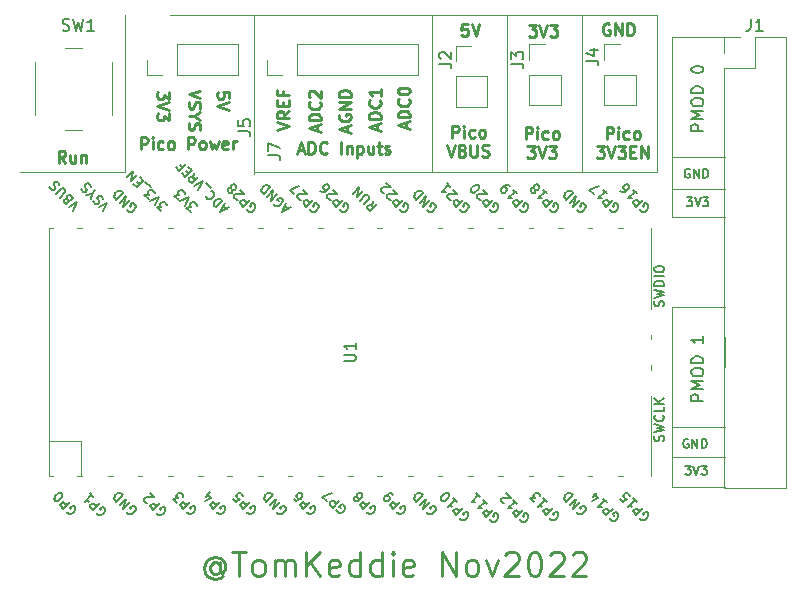
<source format=gto>
G04 #@! TF.GenerationSoftware,KiCad,Pcbnew,6.0.8-f2edbf62ab~116~ubuntu22.04.1*
G04 #@! TF.CreationDate,2022-11-21T12:08:00-08:00*
G04 #@! TF.ProjectId,pico_pmod_host,7069636f-5f70-46d6-9f64-5f686f73742e,v0.1*
G04 #@! TF.SameCoordinates,Original*
G04 #@! TF.FileFunction,Legend,Top*
G04 #@! TF.FilePolarity,Positive*
%FSLAX46Y46*%
G04 Gerber Fmt 4.6, Leading zero omitted, Abs format (unit mm)*
G04 Created by KiCad (PCBNEW 6.0.8-f2edbf62ab~116~ubuntu22.04.1) date 2022-11-21 12:08:00*
%MOMM*%
%LPD*%
G01*
G04 APERTURE LIST*
%ADD10C,0.250000*%
%ADD11C,0.120000*%
%ADD12C,0.150000*%
G04 APERTURE END LIST*
D10*
X131218257Y-120221380D02*
X131123019Y-120126142D01*
X130932542Y-120030904D01*
X130742066Y-120030904D01*
X130551590Y-120126142D01*
X130456352Y-120221380D01*
X130361114Y-120411857D01*
X130361114Y-120602333D01*
X130456352Y-120792809D01*
X130551590Y-120888047D01*
X130742066Y-120983285D01*
X130932542Y-120983285D01*
X131123019Y-120888047D01*
X131218257Y-120792809D01*
X131218257Y-120030904D02*
X131218257Y-120792809D01*
X131313495Y-120888047D01*
X131408733Y-120888047D01*
X131599209Y-120792809D01*
X131694447Y-120602333D01*
X131694447Y-120126142D01*
X131503971Y-119840428D01*
X131218257Y-119649952D01*
X130837304Y-119554714D01*
X130456352Y-119649952D01*
X130170638Y-119840428D01*
X129980161Y-120126142D01*
X129884923Y-120507095D01*
X129980161Y-120888047D01*
X130170638Y-121173761D01*
X130456352Y-121364238D01*
X130837304Y-121459476D01*
X131218257Y-121364238D01*
X131503971Y-121173761D01*
X132265876Y-119173761D02*
X133408733Y-119173761D01*
X132837304Y-121173761D02*
X132837304Y-119173761D01*
X134361114Y-121173761D02*
X134170638Y-121078523D01*
X134075400Y-120983285D01*
X133980161Y-120792809D01*
X133980161Y-120221380D01*
X134075400Y-120030904D01*
X134170638Y-119935666D01*
X134361114Y-119840428D01*
X134646828Y-119840428D01*
X134837304Y-119935666D01*
X134932542Y-120030904D01*
X135027780Y-120221380D01*
X135027780Y-120792809D01*
X134932542Y-120983285D01*
X134837304Y-121078523D01*
X134646828Y-121173761D01*
X134361114Y-121173761D01*
X135884923Y-121173761D02*
X135884923Y-119840428D01*
X135884923Y-120030904D02*
X135980161Y-119935666D01*
X136170638Y-119840428D01*
X136456352Y-119840428D01*
X136646828Y-119935666D01*
X136742066Y-120126142D01*
X136742066Y-121173761D01*
X136742066Y-120126142D02*
X136837304Y-119935666D01*
X137027780Y-119840428D01*
X137313495Y-119840428D01*
X137503971Y-119935666D01*
X137599209Y-120126142D01*
X137599209Y-121173761D01*
X138551590Y-121173761D02*
X138551590Y-119173761D01*
X139694447Y-121173761D02*
X138837304Y-120030904D01*
X139694447Y-119173761D02*
X138551590Y-120316619D01*
X141313495Y-121078523D02*
X141123019Y-121173761D01*
X140742066Y-121173761D01*
X140551590Y-121078523D01*
X140456352Y-120888047D01*
X140456352Y-120126142D01*
X140551590Y-119935666D01*
X140742066Y-119840428D01*
X141123019Y-119840428D01*
X141313495Y-119935666D01*
X141408733Y-120126142D01*
X141408733Y-120316619D01*
X140456352Y-120507095D01*
X143123019Y-121173761D02*
X143123019Y-119173761D01*
X143123019Y-121078523D02*
X142932542Y-121173761D01*
X142551590Y-121173761D01*
X142361114Y-121078523D01*
X142265876Y-120983285D01*
X142170638Y-120792809D01*
X142170638Y-120221380D01*
X142265876Y-120030904D01*
X142361114Y-119935666D01*
X142551590Y-119840428D01*
X142932542Y-119840428D01*
X143123019Y-119935666D01*
X144932542Y-121173761D02*
X144932542Y-119173761D01*
X144932542Y-121078523D02*
X144742066Y-121173761D01*
X144361114Y-121173761D01*
X144170638Y-121078523D01*
X144075400Y-120983285D01*
X143980161Y-120792809D01*
X143980161Y-120221380D01*
X144075400Y-120030904D01*
X144170638Y-119935666D01*
X144361114Y-119840428D01*
X144742066Y-119840428D01*
X144932542Y-119935666D01*
X145884923Y-121173761D02*
X145884923Y-119840428D01*
X145884923Y-119173761D02*
X145789685Y-119269000D01*
X145884923Y-119364238D01*
X145980161Y-119269000D01*
X145884923Y-119173761D01*
X145884923Y-119364238D01*
X147599209Y-121078523D02*
X147408733Y-121173761D01*
X147027780Y-121173761D01*
X146837304Y-121078523D01*
X146742066Y-120888047D01*
X146742066Y-120126142D01*
X146837304Y-119935666D01*
X147027780Y-119840428D01*
X147408733Y-119840428D01*
X147599209Y-119935666D01*
X147694447Y-120126142D01*
X147694447Y-120316619D01*
X146742066Y-120507095D01*
X150075400Y-121173761D02*
X150075400Y-119173761D01*
X151218257Y-121173761D01*
X151218257Y-119173761D01*
X152456352Y-121173761D02*
X152265876Y-121078523D01*
X152170638Y-120983285D01*
X152075400Y-120792809D01*
X152075400Y-120221380D01*
X152170638Y-120030904D01*
X152265876Y-119935666D01*
X152456352Y-119840428D01*
X152742066Y-119840428D01*
X152932542Y-119935666D01*
X153027780Y-120030904D01*
X153123019Y-120221380D01*
X153123019Y-120792809D01*
X153027780Y-120983285D01*
X152932542Y-121078523D01*
X152742066Y-121173761D01*
X152456352Y-121173761D01*
X153789685Y-119840428D02*
X154265876Y-121173761D01*
X154742066Y-119840428D01*
X155408733Y-119364238D02*
X155503971Y-119269000D01*
X155694447Y-119173761D01*
X156170638Y-119173761D01*
X156361114Y-119269000D01*
X156456352Y-119364238D01*
X156551590Y-119554714D01*
X156551590Y-119745190D01*
X156456352Y-120030904D01*
X155313495Y-121173761D01*
X156551590Y-121173761D01*
X157789685Y-119173761D02*
X157980161Y-119173761D01*
X158170638Y-119269000D01*
X158265876Y-119364238D01*
X158361114Y-119554714D01*
X158456352Y-119935666D01*
X158456352Y-120411857D01*
X158361114Y-120792809D01*
X158265876Y-120983285D01*
X158170638Y-121078523D01*
X157980161Y-121173761D01*
X157789685Y-121173761D01*
X157599209Y-121078523D01*
X157503971Y-120983285D01*
X157408733Y-120792809D01*
X157313495Y-120411857D01*
X157313495Y-119935666D01*
X157408733Y-119554714D01*
X157503971Y-119364238D01*
X157599209Y-119269000D01*
X157789685Y-119173761D01*
X159218257Y-119364238D02*
X159313495Y-119269000D01*
X159503971Y-119173761D01*
X159980161Y-119173761D01*
X160170638Y-119269000D01*
X160265876Y-119364238D01*
X160361114Y-119554714D01*
X160361114Y-119745190D01*
X160265876Y-120030904D01*
X159123019Y-121173761D01*
X160361114Y-121173761D01*
X161123019Y-119364238D02*
X161218257Y-119269000D01*
X161408733Y-119173761D01*
X161884923Y-119173761D01*
X162075400Y-119269000D01*
X162170638Y-119364238D01*
X162265876Y-119554714D01*
X162265876Y-119745190D01*
X162170638Y-120030904D01*
X161027780Y-121173761D01*
X162265876Y-121173761D01*
D11*
X155575000Y-73660000D02*
X155575000Y-86995000D01*
X161925000Y-86995000D02*
X155575000Y-86995000D01*
X161925000Y-73660000D02*
X155575000Y-73660000D01*
X168275000Y-86995000D02*
X161925000Y-86995000D01*
X168275000Y-73660000D02*
X161925000Y-73660000D01*
X169545000Y-78105000D02*
X169545000Y-75565000D01*
X173990000Y-88392000D02*
X169545000Y-88392000D01*
X173990000Y-90805000D02*
X169545000Y-90805000D01*
X169545000Y-100965000D02*
X169545000Y-103505000D01*
X143510000Y-73660000D02*
X149225000Y-73660000D01*
X127000000Y-73660000D02*
X143510000Y-73660000D01*
X123190000Y-86995000D02*
X123190000Y-73660000D01*
X149225000Y-86995000D02*
X149225000Y-73660000D01*
X143510000Y-86995000D02*
X134112000Y-86995000D01*
X169545000Y-80645000D02*
X169545000Y-90805000D01*
X149225000Y-73660000D02*
X155575000Y-73660000D01*
X173990000Y-98425000D02*
X169545000Y-98425000D01*
X169545000Y-103505000D02*
X169545000Y-113665000D01*
X173990000Y-108585000D02*
X169545000Y-108585000D01*
X173990000Y-75565000D02*
X169545000Y-75565000D01*
X169545000Y-113665000D02*
X173990000Y-113665000D01*
X169545000Y-78105000D02*
X169545000Y-80645000D01*
X155575000Y-86995000D02*
X149225000Y-86995000D01*
X173990000Y-103505000D02*
X173990000Y-100965000D01*
X161925000Y-86995000D02*
X161925000Y-73660000D01*
X173990000Y-85725000D02*
X169545000Y-85725000D01*
X123190000Y-86995000D02*
X114300000Y-86995000D01*
X169545000Y-111125000D02*
X173990000Y-111125000D01*
X149225000Y-73660000D02*
X149225000Y-74422000D01*
X168275000Y-86995000D02*
X168275000Y-73660000D01*
X149225000Y-86995000D02*
X143510000Y-86995000D01*
X134112000Y-87122000D02*
X134112000Y-73787000D01*
X169545000Y-98425000D02*
X169545000Y-103505000D01*
D10*
X164211095Y-74430000D02*
X164115857Y-74382380D01*
X163973000Y-74382380D01*
X163830142Y-74430000D01*
X163734904Y-74525238D01*
X163687285Y-74620476D01*
X163639666Y-74810952D01*
X163639666Y-74953809D01*
X163687285Y-75144285D01*
X163734904Y-75239523D01*
X163830142Y-75334761D01*
X163973000Y-75382380D01*
X164068238Y-75382380D01*
X164211095Y-75334761D01*
X164258714Y-75287142D01*
X164258714Y-74953809D01*
X164068238Y-74953809D01*
X164687285Y-75382380D02*
X164687285Y-74382380D01*
X165258714Y-75382380D01*
X165258714Y-74382380D01*
X165734904Y-75382380D02*
X165734904Y-74382380D01*
X165973000Y-74382380D01*
X166115857Y-74430000D01*
X166211095Y-74525238D01*
X166258714Y-74620476D01*
X166306333Y-74810952D01*
X166306333Y-74953809D01*
X166258714Y-75144285D01*
X166211095Y-75239523D01*
X166115857Y-75334761D01*
X165973000Y-75382380D01*
X165734904Y-75382380D01*
X152209523Y-74447380D02*
X151733333Y-74447380D01*
X151685714Y-74923571D01*
X151733333Y-74875952D01*
X151828571Y-74828333D01*
X152066666Y-74828333D01*
X152161904Y-74875952D01*
X152209523Y-74923571D01*
X152257142Y-75018809D01*
X152257142Y-75256904D01*
X152209523Y-75352142D01*
X152161904Y-75399761D01*
X152066666Y-75447380D01*
X151828571Y-75447380D01*
X151733333Y-75399761D01*
X151685714Y-75352142D01*
X152542857Y-74447380D02*
X152876190Y-75447380D01*
X153209523Y-74447380D01*
X150892047Y-84059380D02*
X150892047Y-83059380D01*
X151273000Y-83059380D01*
X151368238Y-83107000D01*
X151415857Y-83154619D01*
X151463476Y-83249857D01*
X151463476Y-83392714D01*
X151415857Y-83487952D01*
X151368238Y-83535571D01*
X151273000Y-83583190D01*
X150892047Y-83583190D01*
X151892047Y-84059380D02*
X151892047Y-83392714D01*
X151892047Y-83059380D02*
X151844428Y-83107000D01*
X151892047Y-83154619D01*
X151939666Y-83107000D01*
X151892047Y-83059380D01*
X151892047Y-83154619D01*
X152796809Y-84011761D02*
X152701571Y-84059380D01*
X152511095Y-84059380D01*
X152415857Y-84011761D01*
X152368238Y-83964142D01*
X152320619Y-83868904D01*
X152320619Y-83583190D01*
X152368238Y-83487952D01*
X152415857Y-83440333D01*
X152511095Y-83392714D01*
X152701571Y-83392714D01*
X152796809Y-83440333D01*
X153368238Y-84059380D02*
X153273000Y-84011761D01*
X153225380Y-83964142D01*
X153177761Y-83868904D01*
X153177761Y-83583190D01*
X153225380Y-83487952D01*
X153273000Y-83440333D01*
X153368238Y-83392714D01*
X153511095Y-83392714D01*
X153606333Y-83440333D01*
X153653952Y-83487952D01*
X153701571Y-83583190D01*
X153701571Y-83868904D01*
X153653952Y-83964142D01*
X153606333Y-84011761D01*
X153511095Y-84059380D01*
X153368238Y-84059380D01*
X150439666Y-84669380D02*
X150773000Y-85669380D01*
X151106333Y-84669380D01*
X151773000Y-85145571D02*
X151915857Y-85193190D01*
X151963476Y-85240809D01*
X152011095Y-85336047D01*
X152011095Y-85478904D01*
X151963476Y-85574142D01*
X151915857Y-85621761D01*
X151820619Y-85669380D01*
X151439666Y-85669380D01*
X151439666Y-84669380D01*
X151773000Y-84669380D01*
X151868238Y-84717000D01*
X151915857Y-84764619D01*
X151963476Y-84859857D01*
X151963476Y-84955095D01*
X151915857Y-85050333D01*
X151868238Y-85097952D01*
X151773000Y-85145571D01*
X151439666Y-85145571D01*
X152439666Y-84669380D02*
X152439666Y-85478904D01*
X152487285Y-85574142D01*
X152534904Y-85621761D01*
X152630142Y-85669380D01*
X152820619Y-85669380D01*
X152915857Y-85621761D01*
X152963476Y-85574142D01*
X153011095Y-85478904D01*
X153011095Y-84669380D01*
X153439666Y-85621761D02*
X153582523Y-85669380D01*
X153820619Y-85669380D01*
X153915857Y-85621761D01*
X153963476Y-85574142D01*
X154011095Y-85478904D01*
X154011095Y-85383666D01*
X153963476Y-85288428D01*
X153915857Y-85240809D01*
X153820619Y-85193190D01*
X153630142Y-85145571D01*
X153534904Y-85097952D01*
X153487285Y-85050333D01*
X153439666Y-84955095D01*
X153439666Y-84859857D01*
X153487285Y-84764619D01*
X153534904Y-84717000D01*
X153630142Y-84669380D01*
X153868238Y-84669380D01*
X154011095Y-84717000D01*
X157115047Y-84186380D02*
X157115047Y-83186380D01*
X157496000Y-83186380D01*
X157591238Y-83234000D01*
X157638857Y-83281619D01*
X157686476Y-83376857D01*
X157686476Y-83519714D01*
X157638857Y-83614952D01*
X157591238Y-83662571D01*
X157496000Y-83710190D01*
X157115047Y-83710190D01*
X158115047Y-84186380D02*
X158115047Y-83519714D01*
X158115047Y-83186380D02*
X158067428Y-83234000D01*
X158115047Y-83281619D01*
X158162666Y-83234000D01*
X158115047Y-83186380D01*
X158115047Y-83281619D01*
X159019809Y-84138761D02*
X158924571Y-84186380D01*
X158734095Y-84186380D01*
X158638857Y-84138761D01*
X158591238Y-84091142D01*
X158543619Y-83995904D01*
X158543619Y-83710190D01*
X158591238Y-83614952D01*
X158638857Y-83567333D01*
X158734095Y-83519714D01*
X158924571Y-83519714D01*
X159019809Y-83567333D01*
X159591238Y-84186380D02*
X159496000Y-84138761D01*
X159448380Y-84091142D01*
X159400761Y-83995904D01*
X159400761Y-83710190D01*
X159448380Y-83614952D01*
X159496000Y-83567333D01*
X159591238Y-83519714D01*
X159734095Y-83519714D01*
X159829333Y-83567333D01*
X159876952Y-83614952D01*
X159924571Y-83710190D01*
X159924571Y-83995904D01*
X159876952Y-84091142D01*
X159829333Y-84138761D01*
X159734095Y-84186380D01*
X159591238Y-84186380D01*
X157257904Y-84796380D02*
X157876952Y-84796380D01*
X157543619Y-85177333D01*
X157686476Y-85177333D01*
X157781714Y-85224952D01*
X157829333Y-85272571D01*
X157876952Y-85367809D01*
X157876952Y-85605904D01*
X157829333Y-85701142D01*
X157781714Y-85748761D01*
X157686476Y-85796380D01*
X157400761Y-85796380D01*
X157305523Y-85748761D01*
X157257904Y-85701142D01*
X158162666Y-84796380D02*
X158496000Y-85796380D01*
X158829333Y-84796380D01*
X159067428Y-84796380D02*
X159686476Y-84796380D01*
X159353142Y-85177333D01*
X159496000Y-85177333D01*
X159591238Y-85224952D01*
X159638857Y-85272571D01*
X159686476Y-85367809D01*
X159686476Y-85605904D01*
X159638857Y-85701142D01*
X159591238Y-85748761D01*
X159496000Y-85796380D01*
X159210285Y-85796380D01*
X159115047Y-85748761D01*
X159067428Y-85701142D01*
X163973047Y-84186380D02*
X163973047Y-83186380D01*
X164354000Y-83186380D01*
X164449238Y-83234000D01*
X164496857Y-83281619D01*
X164544476Y-83376857D01*
X164544476Y-83519714D01*
X164496857Y-83614952D01*
X164449238Y-83662571D01*
X164354000Y-83710190D01*
X163973047Y-83710190D01*
X164973047Y-84186380D02*
X164973047Y-83519714D01*
X164973047Y-83186380D02*
X164925428Y-83234000D01*
X164973047Y-83281619D01*
X165020666Y-83234000D01*
X164973047Y-83186380D01*
X164973047Y-83281619D01*
X165877809Y-84138761D02*
X165782571Y-84186380D01*
X165592095Y-84186380D01*
X165496857Y-84138761D01*
X165449238Y-84091142D01*
X165401619Y-83995904D01*
X165401619Y-83710190D01*
X165449238Y-83614952D01*
X165496857Y-83567333D01*
X165592095Y-83519714D01*
X165782571Y-83519714D01*
X165877809Y-83567333D01*
X166449238Y-84186380D02*
X166354000Y-84138761D01*
X166306380Y-84091142D01*
X166258761Y-83995904D01*
X166258761Y-83710190D01*
X166306380Y-83614952D01*
X166354000Y-83567333D01*
X166449238Y-83519714D01*
X166592095Y-83519714D01*
X166687333Y-83567333D01*
X166734952Y-83614952D01*
X166782571Y-83710190D01*
X166782571Y-83995904D01*
X166734952Y-84091142D01*
X166687333Y-84138761D01*
X166592095Y-84186380D01*
X166449238Y-84186380D01*
X163139714Y-84796380D02*
X163758761Y-84796380D01*
X163425428Y-85177333D01*
X163568285Y-85177333D01*
X163663523Y-85224952D01*
X163711142Y-85272571D01*
X163758761Y-85367809D01*
X163758761Y-85605904D01*
X163711142Y-85701142D01*
X163663523Y-85748761D01*
X163568285Y-85796380D01*
X163282571Y-85796380D01*
X163187333Y-85748761D01*
X163139714Y-85701142D01*
X164044476Y-84796380D02*
X164377809Y-85796380D01*
X164711142Y-84796380D01*
X164949238Y-84796380D02*
X165568285Y-84796380D01*
X165234952Y-85177333D01*
X165377809Y-85177333D01*
X165473047Y-85224952D01*
X165520666Y-85272571D01*
X165568285Y-85367809D01*
X165568285Y-85605904D01*
X165520666Y-85701142D01*
X165473047Y-85748761D01*
X165377809Y-85796380D01*
X165092095Y-85796380D01*
X164996857Y-85748761D01*
X164949238Y-85701142D01*
X165996857Y-85272571D02*
X166330190Y-85272571D01*
X166473047Y-85796380D02*
X165996857Y-85796380D01*
X165996857Y-84796380D01*
X166473047Y-84796380D01*
X166901619Y-85796380D02*
X166901619Y-84796380D01*
X167473047Y-85796380D01*
X167473047Y-84796380D01*
D12*
X171005571Y-86747000D02*
X170934142Y-86711285D01*
X170827000Y-86711285D01*
X170719857Y-86747000D01*
X170648428Y-86818428D01*
X170612714Y-86889857D01*
X170577000Y-87032714D01*
X170577000Y-87139857D01*
X170612714Y-87282714D01*
X170648428Y-87354142D01*
X170719857Y-87425571D01*
X170827000Y-87461285D01*
X170898428Y-87461285D01*
X171005571Y-87425571D01*
X171041285Y-87389857D01*
X171041285Y-87139857D01*
X170898428Y-87139857D01*
X171362714Y-87461285D02*
X171362714Y-86711285D01*
X171791285Y-87461285D01*
X171791285Y-86711285D01*
X172148428Y-87461285D02*
X172148428Y-86711285D01*
X172327000Y-86711285D01*
X172434142Y-86747000D01*
X172505571Y-86818428D01*
X172541285Y-86889857D01*
X172577000Y-87032714D01*
X172577000Y-87139857D01*
X172541285Y-87282714D01*
X172505571Y-87354142D01*
X172434142Y-87425571D01*
X172327000Y-87461285D01*
X172148428Y-87461285D01*
X170648428Y-111857285D02*
X171112714Y-111857285D01*
X170862714Y-112143000D01*
X170969857Y-112143000D01*
X171041285Y-112178714D01*
X171077000Y-112214428D01*
X171112714Y-112285857D01*
X171112714Y-112464428D01*
X171077000Y-112535857D01*
X171041285Y-112571571D01*
X170969857Y-112607285D01*
X170755571Y-112607285D01*
X170684142Y-112571571D01*
X170648428Y-112535857D01*
X171327000Y-111857285D02*
X171577000Y-112607285D01*
X171827000Y-111857285D01*
X172005571Y-111857285D02*
X172469857Y-111857285D01*
X172219857Y-112143000D01*
X172327000Y-112143000D01*
X172398428Y-112178714D01*
X172434142Y-112214428D01*
X172469857Y-112285857D01*
X172469857Y-112464428D01*
X172434142Y-112535857D01*
X172398428Y-112571571D01*
X172327000Y-112607285D01*
X172112714Y-112607285D01*
X172041285Y-112571571D01*
X172005571Y-112535857D01*
X170878571Y-109607000D02*
X170807142Y-109571285D01*
X170700000Y-109571285D01*
X170592857Y-109607000D01*
X170521428Y-109678428D01*
X170485714Y-109749857D01*
X170450000Y-109892714D01*
X170450000Y-109999857D01*
X170485714Y-110142714D01*
X170521428Y-110214142D01*
X170592857Y-110285571D01*
X170700000Y-110321285D01*
X170771428Y-110321285D01*
X170878571Y-110285571D01*
X170914285Y-110249857D01*
X170914285Y-109999857D01*
X170771428Y-109999857D01*
X171235714Y-110321285D02*
X171235714Y-109571285D01*
X171664285Y-110321285D01*
X171664285Y-109571285D01*
X172021428Y-110321285D02*
X172021428Y-109571285D01*
X172200000Y-109571285D01*
X172307142Y-109607000D01*
X172378571Y-109678428D01*
X172414285Y-109749857D01*
X172450000Y-109892714D01*
X172450000Y-109999857D01*
X172414285Y-110142714D01*
X172378571Y-110214142D01*
X172307142Y-110285571D01*
X172200000Y-110321285D01*
X172021428Y-110321285D01*
D10*
X124547809Y-85034380D02*
X124547809Y-84034380D01*
X124928761Y-84034380D01*
X125024000Y-84082000D01*
X125071619Y-84129619D01*
X125119238Y-84224857D01*
X125119238Y-84367714D01*
X125071619Y-84462952D01*
X125024000Y-84510571D01*
X124928761Y-84558190D01*
X124547809Y-84558190D01*
X125547809Y-85034380D02*
X125547809Y-84367714D01*
X125547809Y-84034380D02*
X125500190Y-84082000D01*
X125547809Y-84129619D01*
X125595428Y-84082000D01*
X125547809Y-84034380D01*
X125547809Y-84129619D01*
X126452571Y-84986761D02*
X126357333Y-85034380D01*
X126166857Y-85034380D01*
X126071619Y-84986761D01*
X126024000Y-84939142D01*
X125976380Y-84843904D01*
X125976380Y-84558190D01*
X126024000Y-84462952D01*
X126071619Y-84415333D01*
X126166857Y-84367714D01*
X126357333Y-84367714D01*
X126452571Y-84415333D01*
X127024000Y-85034380D02*
X126928761Y-84986761D01*
X126881142Y-84939142D01*
X126833523Y-84843904D01*
X126833523Y-84558190D01*
X126881142Y-84462952D01*
X126928761Y-84415333D01*
X127024000Y-84367714D01*
X127166857Y-84367714D01*
X127262095Y-84415333D01*
X127309714Y-84462952D01*
X127357333Y-84558190D01*
X127357333Y-84843904D01*
X127309714Y-84939142D01*
X127262095Y-84986761D01*
X127166857Y-85034380D01*
X127024000Y-85034380D01*
X128547809Y-85034380D02*
X128547809Y-84034380D01*
X128928761Y-84034380D01*
X129024000Y-84082000D01*
X129071619Y-84129619D01*
X129119238Y-84224857D01*
X129119238Y-84367714D01*
X129071619Y-84462952D01*
X129024000Y-84510571D01*
X128928761Y-84558190D01*
X128547809Y-84558190D01*
X129690666Y-85034380D02*
X129595428Y-84986761D01*
X129547809Y-84939142D01*
X129500190Y-84843904D01*
X129500190Y-84558190D01*
X129547809Y-84462952D01*
X129595428Y-84415333D01*
X129690666Y-84367714D01*
X129833523Y-84367714D01*
X129928761Y-84415333D01*
X129976380Y-84462952D01*
X130024000Y-84558190D01*
X130024000Y-84843904D01*
X129976380Y-84939142D01*
X129928761Y-84986761D01*
X129833523Y-85034380D01*
X129690666Y-85034380D01*
X130357333Y-84367714D02*
X130547809Y-85034380D01*
X130738285Y-84558190D01*
X130928761Y-85034380D01*
X131119238Y-84367714D01*
X131881142Y-84986761D02*
X131785904Y-85034380D01*
X131595428Y-85034380D01*
X131500190Y-84986761D01*
X131452571Y-84891523D01*
X131452571Y-84510571D01*
X131500190Y-84415333D01*
X131595428Y-84367714D01*
X131785904Y-84367714D01*
X131881142Y-84415333D01*
X131928761Y-84510571D01*
X131928761Y-84605809D01*
X131452571Y-84701047D01*
X132357333Y-85034380D02*
X132357333Y-84367714D01*
X132357333Y-84558190D02*
X132404952Y-84462952D01*
X132452571Y-84415333D01*
X132547809Y-84367714D01*
X132643047Y-84367714D01*
X144565666Y-83375285D02*
X144565666Y-82899095D01*
X144851380Y-83470523D02*
X143851380Y-83137190D01*
X144851380Y-82803857D01*
X144851380Y-82470523D02*
X143851380Y-82470523D01*
X143851380Y-82232428D01*
X143899000Y-82089571D01*
X143994238Y-81994333D01*
X144089476Y-81946714D01*
X144279952Y-81899095D01*
X144422809Y-81899095D01*
X144613285Y-81946714D01*
X144708523Y-81994333D01*
X144803761Y-82089571D01*
X144851380Y-82232428D01*
X144851380Y-82470523D01*
X144756142Y-80899095D02*
X144803761Y-80946714D01*
X144851380Y-81089571D01*
X144851380Y-81184809D01*
X144803761Y-81327666D01*
X144708523Y-81422904D01*
X144613285Y-81470523D01*
X144422809Y-81518142D01*
X144279952Y-81518142D01*
X144089476Y-81470523D01*
X143994238Y-81422904D01*
X143899000Y-81327666D01*
X143851380Y-81184809D01*
X143851380Y-81089571D01*
X143899000Y-80946714D01*
X143946619Y-80899095D01*
X144851380Y-79946714D02*
X144851380Y-80518142D01*
X144851380Y-80232428D02*
X143851380Y-80232428D01*
X143994238Y-80327666D01*
X144089476Y-80422904D01*
X144137095Y-80518142D01*
X142025666Y-83549904D02*
X142025666Y-83073714D01*
X142311380Y-83645142D02*
X141311380Y-83311809D01*
X142311380Y-82978476D01*
X141359000Y-82121333D02*
X141311380Y-82216571D01*
X141311380Y-82359428D01*
X141359000Y-82502285D01*
X141454238Y-82597523D01*
X141549476Y-82645142D01*
X141739952Y-82692761D01*
X141882809Y-82692761D01*
X142073285Y-82645142D01*
X142168523Y-82597523D01*
X142263761Y-82502285D01*
X142311380Y-82359428D01*
X142311380Y-82264190D01*
X142263761Y-82121333D01*
X142216142Y-82073714D01*
X141882809Y-82073714D01*
X141882809Y-82264190D01*
X142311380Y-81645142D02*
X141311380Y-81645142D01*
X142311380Y-81073714D01*
X141311380Y-81073714D01*
X142311380Y-80597523D02*
X141311380Y-80597523D01*
X141311380Y-80359428D01*
X141359000Y-80216571D01*
X141454238Y-80121333D01*
X141549476Y-80073714D01*
X141739952Y-80026095D01*
X141882809Y-80026095D01*
X142073285Y-80073714D01*
X142168523Y-80121333D01*
X142263761Y-80216571D01*
X142311380Y-80359428D01*
X142311380Y-80597523D01*
X139485666Y-83502285D02*
X139485666Y-83026095D01*
X139771380Y-83597523D02*
X138771380Y-83264190D01*
X139771380Y-82930857D01*
X139771380Y-82597523D02*
X138771380Y-82597523D01*
X138771380Y-82359428D01*
X138819000Y-82216571D01*
X138914238Y-82121333D01*
X139009476Y-82073714D01*
X139199952Y-82026095D01*
X139342809Y-82026095D01*
X139533285Y-82073714D01*
X139628523Y-82121333D01*
X139723761Y-82216571D01*
X139771380Y-82359428D01*
X139771380Y-82597523D01*
X139676142Y-81026095D02*
X139723761Y-81073714D01*
X139771380Y-81216571D01*
X139771380Y-81311809D01*
X139723761Y-81454666D01*
X139628523Y-81549904D01*
X139533285Y-81597523D01*
X139342809Y-81645142D01*
X139199952Y-81645142D01*
X139009476Y-81597523D01*
X138914238Y-81549904D01*
X138819000Y-81454666D01*
X138771380Y-81311809D01*
X138771380Y-81216571D01*
X138819000Y-81073714D01*
X138866619Y-81026095D01*
X138866619Y-80645142D02*
X138819000Y-80597523D01*
X138771380Y-80502285D01*
X138771380Y-80264190D01*
X138819000Y-80168952D01*
X138866619Y-80121333D01*
X138961857Y-80073714D01*
X139057095Y-80073714D01*
X139199952Y-80121333D01*
X139771380Y-80692761D01*
X139771380Y-80073714D01*
X136104380Y-83375285D02*
X137104380Y-83041952D01*
X136104380Y-82708619D01*
X137104380Y-81803857D02*
X136628190Y-82137190D01*
X137104380Y-82375285D02*
X136104380Y-82375285D01*
X136104380Y-81994333D01*
X136152000Y-81899095D01*
X136199619Y-81851476D01*
X136294857Y-81803857D01*
X136437714Y-81803857D01*
X136532952Y-81851476D01*
X136580571Y-81899095D01*
X136628190Y-81994333D01*
X136628190Y-82375285D01*
X136580571Y-81375285D02*
X136580571Y-81041952D01*
X137104380Y-80899095D02*
X137104380Y-81375285D01*
X136104380Y-81375285D01*
X136104380Y-80899095D01*
X136580571Y-80137190D02*
X136580571Y-80470523D01*
X137104380Y-80470523D02*
X136104380Y-80470523D01*
X136104380Y-79994333D01*
X137827238Y-85129666D02*
X138303428Y-85129666D01*
X137732000Y-85415380D02*
X138065333Y-84415380D01*
X138398666Y-85415380D01*
X138732000Y-85415380D02*
X138732000Y-84415380D01*
X138970095Y-84415380D01*
X139112952Y-84463000D01*
X139208190Y-84558238D01*
X139255809Y-84653476D01*
X139303428Y-84843952D01*
X139303428Y-84986809D01*
X139255809Y-85177285D01*
X139208190Y-85272523D01*
X139112952Y-85367761D01*
X138970095Y-85415380D01*
X138732000Y-85415380D01*
X140303428Y-85320142D02*
X140255809Y-85367761D01*
X140112952Y-85415380D01*
X140017714Y-85415380D01*
X139874857Y-85367761D01*
X139779619Y-85272523D01*
X139732000Y-85177285D01*
X139684380Y-84986809D01*
X139684380Y-84843952D01*
X139732000Y-84653476D01*
X139779619Y-84558238D01*
X139874857Y-84463000D01*
X140017714Y-84415380D01*
X140112952Y-84415380D01*
X140255809Y-84463000D01*
X140303428Y-84510619D01*
X141493904Y-85415380D02*
X141493904Y-84415380D01*
X141970095Y-84748714D02*
X141970095Y-85415380D01*
X141970095Y-84843952D02*
X142017714Y-84796333D01*
X142112952Y-84748714D01*
X142255809Y-84748714D01*
X142351047Y-84796333D01*
X142398666Y-84891571D01*
X142398666Y-85415380D01*
X142874857Y-84748714D02*
X142874857Y-85748714D01*
X142874857Y-84796333D02*
X142970095Y-84748714D01*
X143160571Y-84748714D01*
X143255809Y-84796333D01*
X143303428Y-84843952D01*
X143351047Y-84939190D01*
X143351047Y-85224904D01*
X143303428Y-85320142D01*
X143255809Y-85367761D01*
X143160571Y-85415380D01*
X142970095Y-85415380D01*
X142874857Y-85367761D01*
X144208190Y-84748714D02*
X144208190Y-85415380D01*
X143779619Y-84748714D02*
X143779619Y-85272523D01*
X143827238Y-85367761D01*
X143922476Y-85415380D01*
X144065333Y-85415380D01*
X144160571Y-85367761D01*
X144208190Y-85320142D01*
X144541523Y-84748714D02*
X144922476Y-84748714D01*
X144684380Y-84415380D02*
X144684380Y-85272523D01*
X144732000Y-85367761D01*
X144827238Y-85415380D01*
X144922476Y-85415380D01*
X145208190Y-85367761D02*
X145303428Y-85415380D01*
X145493904Y-85415380D01*
X145589142Y-85367761D01*
X145636761Y-85272523D01*
X145636761Y-85224904D01*
X145589142Y-85129666D01*
X145493904Y-85082047D01*
X145351047Y-85082047D01*
X145255809Y-85034428D01*
X145208190Y-84939190D01*
X145208190Y-84891571D01*
X145255809Y-84796333D01*
X145351047Y-84748714D01*
X145493904Y-84748714D01*
X145589142Y-84796333D01*
X118149761Y-86177380D02*
X117816428Y-85701190D01*
X117578333Y-86177380D02*
X117578333Y-85177380D01*
X117959285Y-85177380D01*
X118054523Y-85225000D01*
X118102142Y-85272619D01*
X118149761Y-85367857D01*
X118149761Y-85510714D01*
X118102142Y-85605952D01*
X118054523Y-85653571D01*
X117959285Y-85701190D01*
X117578333Y-85701190D01*
X119006904Y-85510714D02*
X119006904Y-86177380D01*
X118578333Y-85510714D02*
X118578333Y-86034523D01*
X118625952Y-86129761D01*
X118721190Y-86177380D01*
X118864047Y-86177380D01*
X118959285Y-86129761D01*
X119006904Y-86082142D01*
X119483095Y-85510714D02*
X119483095Y-86177380D01*
X119483095Y-85605952D02*
X119530714Y-85558333D01*
X119625952Y-85510714D01*
X119768809Y-85510714D01*
X119864047Y-85558333D01*
X119911666Y-85653571D01*
X119911666Y-86177380D01*
D12*
X172156380Y-106346285D02*
X171156380Y-106346285D01*
X171156380Y-105965333D01*
X171204000Y-105870095D01*
X171251619Y-105822476D01*
X171346857Y-105774857D01*
X171489714Y-105774857D01*
X171584952Y-105822476D01*
X171632571Y-105870095D01*
X171680190Y-105965333D01*
X171680190Y-106346285D01*
X172156380Y-105346285D02*
X171156380Y-105346285D01*
X171870666Y-105012952D01*
X171156380Y-104679619D01*
X172156380Y-104679619D01*
X171156380Y-104012952D02*
X171156380Y-103822476D01*
X171204000Y-103727238D01*
X171299238Y-103632000D01*
X171489714Y-103584380D01*
X171823047Y-103584380D01*
X172013523Y-103632000D01*
X172108761Y-103727238D01*
X172156380Y-103822476D01*
X172156380Y-104012952D01*
X172108761Y-104108190D01*
X172013523Y-104203428D01*
X171823047Y-104251047D01*
X171489714Y-104251047D01*
X171299238Y-104203428D01*
X171204000Y-104108190D01*
X171156380Y-104012952D01*
X172156380Y-103155809D02*
X171156380Y-103155809D01*
X171156380Y-102917714D01*
X171204000Y-102774857D01*
X171299238Y-102679619D01*
X171394476Y-102632000D01*
X171584952Y-102584380D01*
X171727809Y-102584380D01*
X171918285Y-102632000D01*
X172013523Y-102679619D01*
X172108761Y-102774857D01*
X172156380Y-102917714D01*
X172156380Y-103155809D01*
X172156380Y-100870095D02*
X172156380Y-101441523D01*
X172156380Y-101155809D02*
X171156380Y-101155809D01*
X171299238Y-101251047D01*
X171394476Y-101346285D01*
X171442095Y-101441523D01*
D10*
X147019666Y-83248285D02*
X147019666Y-82772095D01*
X147305380Y-83343523D02*
X146305380Y-83010190D01*
X147305380Y-82676857D01*
X147305380Y-82343523D02*
X146305380Y-82343523D01*
X146305380Y-82105428D01*
X146353000Y-81962571D01*
X146448238Y-81867333D01*
X146543476Y-81819714D01*
X146733952Y-81772095D01*
X146876809Y-81772095D01*
X147067285Y-81819714D01*
X147162523Y-81867333D01*
X147257761Y-81962571D01*
X147305380Y-82105428D01*
X147305380Y-82343523D01*
X147210142Y-80772095D02*
X147257761Y-80819714D01*
X147305380Y-80962571D01*
X147305380Y-81057809D01*
X147257761Y-81200666D01*
X147162523Y-81295904D01*
X147067285Y-81343523D01*
X146876809Y-81391142D01*
X146733952Y-81391142D01*
X146543476Y-81343523D01*
X146448238Y-81295904D01*
X146353000Y-81200666D01*
X146305380Y-81057809D01*
X146305380Y-80962571D01*
X146353000Y-80819714D01*
X146400619Y-80772095D01*
X146305380Y-80153047D02*
X146305380Y-80057809D01*
X146353000Y-79962571D01*
X146400619Y-79914952D01*
X146495857Y-79867333D01*
X146686333Y-79819714D01*
X146924428Y-79819714D01*
X147114904Y-79867333D01*
X147210142Y-79914952D01*
X147257761Y-79962571D01*
X147305380Y-80057809D01*
X147305380Y-80153047D01*
X147257761Y-80248285D01*
X147210142Y-80295904D01*
X147114904Y-80343523D01*
X146924428Y-80391142D01*
X146686333Y-80391142D01*
X146495857Y-80343523D01*
X146400619Y-80295904D01*
X146353000Y-80248285D01*
X146305380Y-80153047D01*
D12*
X170775428Y-89124285D02*
X171239714Y-89124285D01*
X170989714Y-89410000D01*
X171096857Y-89410000D01*
X171168285Y-89445714D01*
X171204000Y-89481428D01*
X171239714Y-89552857D01*
X171239714Y-89731428D01*
X171204000Y-89802857D01*
X171168285Y-89838571D01*
X171096857Y-89874285D01*
X170882571Y-89874285D01*
X170811142Y-89838571D01*
X170775428Y-89802857D01*
X171454000Y-89124285D02*
X171704000Y-89874285D01*
X171954000Y-89124285D01*
X172132571Y-89124285D02*
X172596857Y-89124285D01*
X172346857Y-89410000D01*
X172454000Y-89410000D01*
X172525428Y-89445714D01*
X172561142Y-89481428D01*
X172596857Y-89552857D01*
X172596857Y-89731428D01*
X172561142Y-89802857D01*
X172525428Y-89838571D01*
X172454000Y-89874285D01*
X172239714Y-89874285D01*
X172168285Y-89838571D01*
X172132571Y-89802857D01*
D10*
X126912619Y-80168904D02*
X126912619Y-80787952D01*
X126531666Y-80454619D01*
X126531666Y-80597476D01*
X126484047Y-80692714D01*
X126436428Y-80740333D01*
X126341190Y-80787952D01*
X126103095Y-80787952D01*
X126007857Y-80740333D01*
X125960238Y-80692714D01*
X125912619Y-80597476D01*
X125912619Y-80311761D01*
X125960238Y-80216523D01*
X126007857Y-80168904D01*
X126912619Y-81073666D02*
X125912619Y-81407000D01*
X126912619Y-81740333D01*
X126912619Y-81978428D02*
X126912619Y-82597476D01*
X126531666Y-82264142D01*
X126531666Y-82407000D01*
X126484047Y-82502238D01*
X126436428Y-82549857D01*
X126341190Y-82597476D01*
X126103095Y-82597476D01*
X126007857Y-82549857D01*
X125960238Y-82502238D01*
X125912619Y-82407000D01*
X125912619Y-82121285D01*
X125960238Y-82026047D01*
X126007857Y-81978428D01*
X129579619Y-80073714D02*
X128579619Y-80407047D01*
X129579619Y-80740380D01*
X128627238Y-81026095D02*
X128579619Y-81168952D01*
X128579619Y-81407047D01*
X128627238Y-81502285D01*
X128674857Y-81549904D01*
X128770095Y-81597523D01*
X128865333Y-81597523D01*
X128960571Y-81549904D01*
X129008190Y-81502285D01*
X129055809Y-81407047D01*
X129103428Y-81216571D01*
X129151047Y-81121333D01*
X129198666Y-81073714D01*
X129293904Y-81026095D01*
X129389142Y-81026095D01*
X129484380Y-81073714D01*
X129532000Y-81121333D01*
X129579619Y-81216571D01*
X129579619Y-81454666D01*
X129532000Y-81597523D01*
X129055809Y-82216571D02*
X128579619Y-82216571D01*
X129579619Y-81883238D02*
X129055809Y-82216571D01*
X129579619Y-82549904D01*
X128627238Y-82835619D02*
X128579619Y-82978476D01*
X128579619Y-83216571D01*
X128627238Y-83311809D01*
X128674857Y-83359428D01*
X128770095Y-83407047D01*
X128865333Y-83407047D01*
X128960571Y-83359428D01*
X129008190Y-83311809D01*
X129055809Y-83216571D01*
X129103428Y-83026095D01*
X129151047Y-82930857D01*
X129198666Y-82883238D01*
X129293904Y-82835619D01*
X129389142Y-82835619D01*
X129484380Y-82883238D01*
X129532000Y-82930857D01*
X129579619Y-83026095D01*
X129579619Y-83264190D01*
X129532000Y-83407047D01*
X157384904Y-74509380D02*
X158003952Y-74509380D01*
X157670619Y-74890333D01*
X157813476Y-74890333D01*
X157908714Y-74937952D01*
X157956333Y-74985571D01*
X158003952Y-75080809D01*
X158003952Y-75318904D01*
X157956333Y-75414142D01*
X157908714Y-75461761D01*
X157813476Y-75509380D01*
X157527761Y-75509380D01*
X157432523Y-75461761D01*
X157384904Y-75414142D01*
X158289666Y-74509380D02*
X158623000Y-75509380D01*
X158956333Y-74509380D01*
X159194428Y-74509380D02*
X159813476Y-74509380D01*
X159480142Y-74890333D01*
X159623000Y-74890333D01*
X159718238Y-74937952D01*
X159765857Y-74985571D01*
X159813476Y-75080809D01*
X159813476Y-75318904D01*
X159765857Y-75414142D01*
X159718238Y-75461761D01*
X159623000Y-75509380D01*
X159337285Y-75509380D01*
X159242047Y-75461761D01*
X159194428Y-75414142D01*
X131992619Y-80708523D02*
X131992619Y-80232333D01*
X131516428Y-80184714D01*
X131564047Y-80232333D01*
X131611666Y-80327571D01*
X131611666Y-80565666D01*
X131564047Y-80660904D01*
X131516428Y-80708523D01*
X131421190Y-80756142D01*
X131183095Y-80756142D01*
X131087857Y-80708523D01*
X131040238Y-80660904D01*
X130992619Y-80565666D01*
X130992619Y-80327571D01*
X131040238Y-80232333D01*
X131087857Y-80184714D01*
X131992619Y-81041857D02*
X130992619Y-81375190D01*
X131992619Y-81708523D01*
D12*
X172156380Y-83486285D02*
X171156380Y-83486285D01*
X171156380Y-83105333D01*
X171204000Y-83010095D01*
X171251619Y-82962476D01*
X171346857Y-82914857D01*
X171489714Y-82914857D01*
X171584952Y-82962476D01*
X171632571Y-83010095D01*
X171680190Y-83105333D01*
X171680190Y-83486285D01*
X172156380Y-82486285D02*
X171156380Y-82486285D01*
X171870666Y-82152952D01*
X171156380Y-81819619D01*
X172156380Y-81819619D01*
X171156380Y-81152952D02*
X171156380Y-80962476D01*
X171204000Y-80867238D01*
X171299238Y-80772000D01*
X171489714Y-80724380D01*
X171823047Y-80724380D01*
X172013523Y-80772000D01*
X172108761Y-80867238D01*
X172156380Y-80962476D01*
X172156380Y-81152952D01*
X172108761Y-81248190D01*
X172013523Y-81343428D01*
X171823047Y-81391047D01*
X171489714Y-81391047D01*
X171299238Y-81343428D01*
X171204000Y-81248190D01*
X171156380Y-81152952D01*
X172156380Y-80295809D02*
X171156380Y-80295809D01*
X171156380Y-80057714D01*
X171204000Y-79914857D01*
X171299238Y-79819619D01*
X171394476Y-79772000D01*
X171584952Y-79724380D01*
X171727809Y-79724380D01*
X171918285Y-79772000D01*
X172013523Y-79819619D01*
X172108761Y-79914857D01*
X172156380Y-80057714D01*
X172156380Y-80295809D01*
X171156380Y-78343428D02*
X171156380Y-78248190D01*
X171204000Y-78152952D01*
X171251619Y-78105333D01*
X171346857Y-78057714D01*
X171537333Y-78010095D01*
X171775428Y-78010095D01*
X171965904Y-78057714D01*
X172061142Y-78105333D01*
X172108761Y-78152952D01*
X172156380Y-78248190D01*
X172156380Y-78343428D01*
X172108761Y-78438666D01*
X172061142Y-78486285D01*
X171965904Y-78533904D01*
X171775428Y-78581523D01*
X171537333Y-78581523D01*
X171346857Y-78533904D01*
X171251619Y-78486285D01*
X171204000Y-78438666D01*
X171156380Y-78343428D01*
G04 #@! TO.C,U1*
X141717780Y-102996904D02*
X142527304Y-102996904D01*
X142622542Y-102949285D01*
X142670161Y-102901666D01*
X142717780Y-102806428D01*
X142717780Y-102615952D01*
X142670161Y-102520714D01*
X142622542Y-102473095D01*
X142527304Y-102425476D01*
X141717780Y-102425476D01*
X142717780Y-101425476D02*
X142717780Y-101996904D01*
X142717780Y-101711190D02*
X141717780Y-101711190D01*
X141860638Y-101806428D01*
X141955876Y-101901666D01*
X142003495Y-101996904D01*
X151555992Y-90137277D02*
X151582929Y-90218089D01*
X151663741Y-90298902D01*
X151771491Y-90352776D01*
X151879241Y-90352776D01*
X151960053Y-90325839D01*
X152094740Y-90245027D01*
X152175552Y-90164215D01*
X152256364Y-90029528D01*
X152283302Y-89948715D01*
X152283302Y-89840966D01*
X152229427Y-89733216D01*
X152175552Y-89679341D01*
X152067802Y-89625467D01*
X152013928Y-89625467D01*
X151825366Y-89814028D01*
X151933115Y-89921778D01*
X151825366Y-89329155D02*
X151259680Y-89894841D01*
X151044181Y-89679341D01*
X151017244Y-89598529D01*
X151017244Y-89544654D01*
X151044181Y-89463842D01*
X151124993Y-89383030D01*
X151205806Y-89356093D01*
X151259680Y-89356093D01*
X151340493Y-89383030D01*
X151555992Y-89598529D01*
X150774807Y-89302218D02*
X150720932Y-89302218D01*
X150640120Y-89275280D01*
X150505433Y-89140593D01*
X150478496Y-89059781D01*
X150478496Y-89005906D01*
X150505433Y-88925094D01*
X150559308Y-88871219D01*
X150667058Y-88817345D01*
X151313555Y-88817345D01*
X150963369Y-88467158D01*
X150424621Y-87928410D02*
X150747870Y-88251659D01*
X150586245Y-88090035D02*
X150020560Y-88655720D01*
X150155247Y-88628783D01*
X150262997Y-88628783D01*
X150343809Y-88655720D01*
X136063555Y-115748841D02*
X136090493Y-115829653D01*
X136171305Y-115910465D01*
X136279054Y-115964340D01*
X136386804Y-115964340D01*
X136467616Y-115937402D01*
X136602303Y-115856590D01*
X136683115Y-115775778D01*
X136763928Y-115641091D01*
X136790865Y-115560279D01*
X136790865Y-115452529D01*
X136736990Y-115344780D01*
X136683115Y-115290905D01*
X136575366Y-115237030D01*
X136521491Y-115237030D01*
X136332929Y-115425592D01*
X136440679Y-115533341D01*
X136332929Y-114940719D02*
X135767244Y-115506404D01*
X136009680Y-114617470D01*
X135443995Y-115183155D01*
X135740306Y-114348096D02*
X135174621Y-114913781D01*
X135039934Y-114779094D01*
X134986059Y-114671345D01*
X134986059Y-114563595D01*
X135012997Y-114482783D01*
X135093809Y-114348096D01*
X135174621Y-114267284D01*
X135309308Y-114186471D01*
X135390120Y-114159534D01*
X135497870Y-114159534D01*
X135605619Y-114213409D01*
X135740306Y-114348096D01*
X133496618Y-115721903D02*
X133523555Y-115802715D01*
X133604367Y-115883528D01*
X133712117Y-115937402D01*
X133819867Y-115937402D01*
X133900679Y-115910465D01*
X134035366Y-115829653D01*
X134116178Y-115748841D01*
X134196990Y-115614154D01*
X134223928Y-115533341D01*
X134223928Y-115425592D01*
X134170053Y-115317842D01*
X134116178Y-115263967D01*
X134008428Y-115210093D01*
X133954554Y-115210093D01*
X133765992Y-115398654D01*
X133873741Y-115506404D01*
X133765992Y-114913781D02*
X133200306Y-115479467D01*
X132984807Y-115263967D01*
X132957870Y-115183155D01*
X132957870Y-115129280D01*
X132984807Y-115048468D01*
X133065619Y-114967656D01*
X133146432Y-114940719D01*
X133200306Y-114940719D01*
X133281119Y-114967656D01*
X133496618Y-115183155D01*
X132365247Y-114644407D02*
X132634621Y-114913781D01*
X132930932Y-114671345D01*
X132877058Y-114671345D01*
X132796245Y-114644407D01*
X132661558Y-114509720D01*
X132634621Y-114428908D01*
X132634621Y-114375033D01*
X132661558Y-114294221D01*
X132796245Y-114159534D01*
X132877058Y-114132597D01*
X132930932Y-114132597D01*
X133011745Y-114159534D01*
X133146432Y-114294221D01*
X133173369Y-114375033D01*
X133173369Y-114428908D01*
X161463555Y-90148841D02*
X161490493Y-90229653D01*
X161571305Y-90310465D01*
X161679054Y-90364340D01*
X161786804Y-90364340D01*
X161867616Y-90337402D01*
X162002303Y-90256590D01*
X162083115Y-90175778D01*
X162163928Y-90041091D01*
X162190865Y-89960279D01*
X162190865Y-89852529D01*
X162136990Y-89744780D01*
X162083115Y-89690905D01*
X161975366Y-89637030D01*
X161921491Y-89637030D01*
X161732929Y-89825592D01*
X161840679Y-89933341D01*
X161732929Y-89340719D02*
X161167244Y-89906404D01*
X161409680Y-89017470D01*
X160843995Y-89583155D01*
X161140306Y-88748096D02*
X160574621Y-89313781D01*
X160439934Y-89179094D01*
X160386059Y-89071345D01*
X160386059Y-88963595D01*
X160412997Y-88882783D01*
X160493809Y-88748096D01*
X160574621Y-88667284D01*
X160709308Y-88586471D01*
X160790120Y-88559534D01*
X160897870Y-88559534D01*
X161005619Y-88613409D01*
X161140306Y-88748096D01*
X154085992Y-116391277D02*
X154112929Y-116472089D01*
X154193741Y-116552902D01*
X154301491Y-116606776D01*
X154409241Y-116606776D01*
X154490053Y-116579839D01*
X154624740Y-116499027D01*
X154705552Y-116418215D01*
X154786364Y-116283528D01*
X154813302Y-116202715D01*
X154813302Y-116094966D01*
X154759427Y-115987216D01*
X154705552Y-115933341D01*
X154597802Y-115879467D01*
X154543928Y-115879467D01*
X154355366Y-116068028D01*
X154463115Y-116175778D01*
X154355366Y-115583155D02*
X153789680Y-116148841D01*
X153574181Y-115933341D01*
X153547244Y-115852529D01*
X153547244Y-115798654D01*
X153574181Y-115717842D01*
X153654993Y-115637030D01*
X153735806Y-115610093D01*
X153789680Y-115610093D01*
X153870493Y-115637030D01*
X154085992Y-115852529D01*
X153493369Y-114721158D02*
X153816618Y-115044407D01*
X153654993Y-114882783D02*
X153089308Y-115448468D01*
X153223995Y-115421531D01*
X153331745Y-115421531D01*
X153412557Y-115448468D01*
X152954621Y-114182410D02*
X153277870Y-114505659D01*
X153116245Y-114344035D02*
X152550560Y-114909720D01*
X152685247Y-114882783D01*
X152792997Y-114882783D01*
X152873809Y-114909720D01*
X141086618Y-115621903D02*
X141113555Y-115702715D01*
X141194367Y-115783528D01*
X141302117Y-115837402D01*
X141409867Y-115837402D01*
X141490679Y-115810465D01*
X141625366Y-115729653D01*
X141706178Y-115648841D01*
X141786990Y-115514154D01*
X141813928Y-115433341D01*
X141813928Y-115325592D01*
X141760053Y-115217842D01*
X141706178Y-115163967D01*
X141598428Y-115110093D01*
X141544554Y-115110093D01*
X141355992Y-115298654D01*
X141463741Y-115406404D01*
X141355992Y-114813781D02*
X140790306Y-115379467D01*
X140574807Y-115163967D01*
X140547870Y-115083155D01*
X140547870Y-115029280D01*
X140574807Y-114948468D01*
X140655619Y-114867656D01*
X140736432Y-114840719D01*
X140790306Y-114840719D01*
X140871119Y-114867656D01*
X141086618Y-115083155D01*
X140278496Y-114867656D02*
X139901372Y-114490532D01*
X140709494Y-114167284D01*
X148763555Y-90148841D02*
X148790493Y-90229653D01*
X148871305Y-90310465D01*
X148979054Y-90364340D01*
X149086804Y-90364340D01*
X149167616Y-90337402D01*
X149302303Y-90256590D01*
X149383115Y-90175778D01*
X149463928Y-90041091D01*
X149490865Y-89960279D01*
X149490865Y-89852529D01*
X149436990Y-89744780D01*
X149383115Y-89690905D01*
X149275366Y-89637030D01*
X149221491Y-89637030D01*
X149032929Y-89825592D01*
X149140679Y-89933341D01*
X149032929Y-89340719D02*
X148467244Y-89906404D01*
X148709680Y-89017470D01*
X148143995Y-89583155D01*
X148440306Y-88748096D02*
X147874621Y-89313781D01*
X147739934Y-89179094D01*
X147686059Y-89071345D01*
X147686059Y-88963595D01*
X147712997Y-88882783D01*
X147793809Y-88748096D01*
X147874621Y-88667284D01*
X148009308Y-88586471D01*
X148090120Y-88559534D01*
X148197870Y-88559534D01*
X148305619Y-88613409D01*
X148440306Y-88748096D01*
X118792709Y-90281870D02*
X119169833Y-89527622D01*
X118415586Y-89904746D01*
X118307836Y-89258248D02*
X118253961Y-89150499D01*
X118253961Y-89096624D01*
X118280899Y-89015812D01*
X118361711Y-88935000D01*
X118442523Y-88908062D01*
X118496398Y-88908062D01*
X118577210Y-88935000D01*
X118792709Y-89150499D01*
X118227024Y-89716184D01*
X118038462Y-89527622D01*
X118011525Y-89446810D01*
X118011525Y-89392935D01*
X118038462Y-89312123D01*
X118092337Y-89258248D01*
X118173149Y-89231311D01*
X118227024Y-89231311D01*
X118307836Y-89258248D01*
X118496398Y-89446810D01*
X117661338Y-89150499D02*
X118119274Y-88692563D01*
X118146212Y-88611751D01*
X118146212Y-88557876D01*
X118119274Y-88477064D01*
X118011525Y-88369314D01*
X117930712Y-88342377D01*
X117876838Y-88342377D01*
X117796025Y-88369314D01*
X117338090Y-88827250D01*
X117634401Y-88046065D02*
X117580526Y-87938316D01*
X117445839Y-87803629D01*
X117365027Y-87776691D01*
X117311152Y-87776691D01*
X117230340Y-87803629D01*
X117176465Y-87857503D01*
X117149528Y-87938316D01*
X117149528Y-87992190D01*
X117176465Y-88073003D01*
X117257277Y-88207690D01*
X117284215Y-88288502D01*
X117284215Y-88342377D01*
X117257277Y-88423189D01*
X117203403Y-88477064D01*
X117122590Y-88504001D01*
X117068716Y-88504001D01*
X116987903Y-88477064D01*
X116853216Y-88342377D01*
X116799342Y-88234627D01*
X128755992Y-90345152D02*
X128405806Y-89994966D01*
X128809867Y-89968028D01*
X128729054Y-89887216D01*
X128702117Y-89806404D01*
X128702117Y-89752529D01*
X128729054Y-89671717D01*
X128863741Y-89537030D01*
X128944554Y-89510093D01*
X128998428Y-89510093D01*
X129079241Y-89537030D01*
X129240865Y-89698654D01*
X129267802Y-89779467D01*
X129267802Y-89833341D01*
X128244181Y-89833341D02*
X128621305Y-89079094D01*
X127867058Y-89456218D01*
X127732371Y-89321531D02*
X127382184Y-88971345D01*
X127786245Y-88944407D01*
X127705433Y-88863595D01*
X127678496Y-88782783D01*
X127678496Y-88728908D01*
X127705433Y-88648096D01*
X127840120Y-88513409D01*
X127920932Y-88486471D01*
X127974807Y-88486471D01*
X128055619Y-88513409D01*
X128217244Y-88675033D01*
X128244181Y-88755845D01*
X128244181Y-88809720D01*
X161463555Y-115748841D02*
X161490493Y-115829653D01*
X161571305Y-115910465D01*
X161679054Y-115964340D01*
X161786804Y-115964340D01*
X161867616Y-115937402D01*
X162002303Y-115856590D01*
X162083115Y-115775778D01*
X162163928Y-115641091D01*
X162190865Y-115560279D01*
X162190865Y-115452529D01*
X162136990Y-115344780D01*
X162083115Y-115290905D01*
X161975366Y-115237030D01*
X161921491Y-115237030D01*
X161732929Y-115425592D01*
X161840679Y-115533341D01*
X161732929Y-114940719D02*
X161167244Y-115506404D01*
X161409680Y-114617470D01*
X160843995Y-115183155D01*
X161140306Y-114348096D02*
X160574621Y-114913781D01*
X160439934Y-114779094D01*
X160386059Y-114671345D01*
X160386059Y-114563595D01*
X160412997Y-114482783D01*
X160493809Y-114348096D01*
X160574621Y-114267284D01*
X160709308Y-114186471D01*
X160790120Y-114159534D01*
X160897870Y-114159534D01*
X161005619Y-114213409D01*
X161140306Y-114348096D01*
X143656618Y-115721903D02*
X143683555Y-115802715D01*
X143764367Y-115883528D01*
X143872117Y-115937402D01*
X143979867Y-115937402D01*
X144060679Y-115910465D01*
X144195366Y-115829653D01*
X144276178Y-115748841D01*
X144356990Y-115614154D01*
X144383928Y-115533341D01*
X144383928Y-115425592D01*
X144330053Y-115317842D01*
X144276178Y-115263967D01*
X144168428Y-115210093D01*
X144114554Y-115210093D01*
X143925992Y-115398654D01*
X144033741Y-115506404D01*
X143925992Y-114913781D02*
X143360306Y-115479467D01*
X143144807Y-115263967D01*
X143117870Y-115183155D01*
X143117870Y-115129280D01*
X143144807Y-115048468D01*
X143225619Y-114967656D01*
X143306432Y-114940719D01*
X143360306Y-114940719D01*
X143441119Y-114967656D01*
X143656618Y-115183155D01*
X142956245Y-114590532D02*
X142983183Y-114671345D01*
X142983183Y-114725219D01*
X142956245Y-114806032D01*
X142929308Y-114832969D01*
X142848496Y-114859906D01*
X142794621Y-114859906D01*
X142713809Y-114832969D01*
X142606059Y-114725219D01*
X142579122Y-114644407D01*
X142579122Y-114590532D01*
X142606059Y-114509720D01*
X142632997Y-114482783D01*
X142713809Y-114455845D01*
X142767684Y-114455845D01*
X142848496Y-114482783D01*
X142956245Y-114590532D01*
X143037058Y-114617470D01*
X143090932Y-114617470D01*
X143171745Y-114590532D01*
X143279494Y-114482783D01*
X143306432Y-114401971D01*
X143306432Y-114348096D01*
X143279494Y-114267284D01*
X143171745Y-114159534D01*
X143090932Y-114132597D01*
X143037058Y-114132597D01*
X142956245Y-114159534D01*
X142848496Y-114267284D01*
X142821558Y-114348096D01*
X142821558Y-114401971D01*
X142848496Y-114482783D01*
X131799173Y-90080211D02*
X131529799Y-89810837D01*
X132014672Y-89972462D02*
X131260425Y-90349585D01*
X131637549Y-89595338D01*
X131448987Y-89406776D02*
X130883302Y-89972462D01*
X130748615Y-89837775D01*
X130694740Y-89730025D01*
X130694740Y-89622276D01*
X130721677Y-89541463D01*
X130802489Y-89406776D01*
X130883302Y-89325964D01*
X131017989Y-89245152D01*
X131098801Y-89218215D01*
X131206550Y-89218215D01*
X131314300Y-89272089D01*
X131448987Y-89406776D01*
X130506178Y-88571717D02*
X130560053Y-88571717D01*
X130667802Y-88625592D01*
X130721677Y-88679467D01*
X130775552Y-88787216D01*
X130775552Y-88894966D01*
X130748615Y-88975778D01*
X130667802Y-89110465D01*
X130586990Y-89191277D01*
X130452303Y-89272089D01*
X130371491Y-89299027D01*
X130263741Y-89299027D01*
X130155992Y-89245152D01*
X130102117Y-89191277D01*
X130048242Y-89083528D01*
X130048242Y-89029653D01*
X130506178Y-88356218D02*
X130075180Y-87925219D01*
X129401745Y-88490905D02*
X129778868Y-87736658D01*
X129024621Y-88113781D01*
X129078496Y-87036285D02*
X128997684Y-87494221D01*
X129401745Y-87359534D02*
X128836059Y-87925219D01*
X128620560Y-87709720D01*
X128593623Y-87628908D01*
X128593623Y-87575033D01*
X128620560Y-87494221D01*
X128701372Y-87413409D01*
X128782184Y-87386471D01*
X128836059Y-87386471D01*
X128916871Y-87413409D01*
X129132371Y-87628908D01*
X128539748Y-87090160D02*
X128351186Y-86901598D01*
X128566685Y-86524475D02*
X128836059Y-86793849D01*
X128270374Y-87359534D01*
X128001000Y-87090160D01*
X127839375Y-86389788D02*
X128027937Y-86578349D01*
X128324249Y-86282038D02*
X127758563Y-86847723D01*
X127489189Y-86578349D01*
X130956618Y-115721903D02*
X130983555Y-115802715D01*
X131064367Y-115883528D01*
X131172117Y-115937402D01*
X131279867Y-115937402D01*
X131360679Y-115910465D01*
X131495366Y-115829653D01*
X131576178Y-115748841D01*
X131656990Y-115614154D01*
X131683928Y-115533341D01*
X131683928Y-115425592D01*
X131630053Y-115317842D01*
X131576178Y-115263967D01*
X131468428Y-115210093D01*
X131414554Y-115210093D01*
X131225992Y-115398654D01*
X131333741Y-115506404D01*
X131225992Y-114913781D02*
X130660306Y-115479467D01*
X130444807Y-115263967D01*
X130417870Y-115183155D01*
X130417870Y-115129280D01*
X130444807Y-115048468D01*
X130525619Y-114967656D01*
X130606432Y-114940719D01*
X130660306Y-114940719D01*
X130741119Y-114967656D01*
X130956618Y-115183155D01*
X130040746Y-114482783D02*
X130417870Y-114105659D01*
X129959934Y-114832969D02*
X130498682Y-114563595D01*
X130148496Y-114213409D01*
X133511992Y-90137277D02*
X133538929Y-90218089D01*
X133619741Y-90298902D01*
X133727491Y-90352776D01*
X133835241Y-90352776D01*
X133916053Y-90325839D01*
X134050740Y-90245027D01*
X134131552Y-90164215D01*
X134212364Y-90029528D01*
X134239302Y-89948715D01*
X134239302Y-89840966D01*
X134185427Y-89733216D01*
X134131552Y-89679341D01*
X134023802Y-89625467D01*
X133969928Y-89625467D01*
X133781366Y-89814028D01*
X133889115Y-89921778D01*
X133781366Y-89329155D02*
X133215680Y-89894841D01*
X133000181Y-89679341D01*
X132973244Y-89598529D01*
X132973244Y-89544654D01*
X133000181Y-89463842D01*
X133080993Y-89383030D01*
X133161806Y-89356093D01*
X133215680Y-89356093D01*
X133296493Y-89383030D01*
X133511992Y-89598529D01*
X132730807Y-89302218D02*
X132676932Y-89302218D01*
X132596120Y-89275280D01*
X132461433Y-89140593D01*
X132434496Y-89059781D01*
X132434496Y-89005906D01*
X132461433Y-88925094D01*
X132515308Y-88871219D01*
X132623058Y-88817345D01*
X133269555Y-88817345D01*
X132919369Y-88467158D01*
X132272871Y-88467158D02*
X132299809Y-88547971D01*
X132299809Y-88601845D01*
X132272871Y-88682658D01*
X132245934Y-88709595D01*
X132165122Y-88736532D01*
X132111247Y-88736532D01*
X132030435Y-88709595D01*
X131922685Y-88601845D01*
X131895748Y-88521033D01*
X131895748Y-88467158D01*
X131922685Y-88386346D01*
X131949623Y-88359409D01*
X132030435Y-88332471D01*
X132084310Y-88332471D01*
X132165122Y-88359409D01*
X132272871Y-88467158D01*
X132353684Y-88494096D01*
X132407558Y-88494096D01*
X132488371Y-88467158D01*
X132596120Y-88359409D01*
X132623058Y-88278597D01*
X132623058Y-88224722D01*
X132596120Y-88143910D01*
X132488371Y-88036160D01*
X132407558Y-88009223D01*
X132353684Y-88009223D01*
X132272871Y-88036160D01*
X132165122Y-88143910D01*
X132138184Y-88224722D01*
X132138184Y-88278597D01*
X132165122Y-88359409D01*
X168789209Y-98330238D02*
X168827304Y-98215952D01*
X168827304Y-98025476D01*
X168789209Y-97949285D01*
X168751114Y-97911190D01*
X168674923Y-97873095D01*
X168598733Y-97873095D01*
X168522542Y-97911190D01*
X168484447Y-97949285D01*
X168446352Y-98025476D01*
X168408257Y-98177857D01*
X168370161Y-98254047D01*
X168332066Y-98292142D01*
X168255876Y-98330238D01*
X168179685Y-98330238D01*
X168103495Y-98292142D01*
X168065400Y-98254047D01*
X168027304Y-98177857D01*
X168027304Y-97987380D01*
X168065400Y-97873095D01*
X168027304Y-97606428D02*
X168827304Y-97415952D01*
X168255876Y-97263571D01*
X168827304Y-97111190D01*
X168027304Y-96920714D01*
X168827304Y-96615952D02*
X168027304Y-96615952D01*
X168027304Y-96425476D01*
X168065400Y-96311190D01*
X168141590Y-96235000D01*
X168217780Y-96196904D01*
X168370161Y-96158809D01*
X168484447Y-96158809D01*
X168636828Y-96196904D01*
X168713019Y-96235000D01*
X168789209Y-96311190D01*
X168827304Y-96425476D01*
X168827304Y-96615952D01*
X168827304Y-95815952D02*
X168027304Y-95815952D01*
X168027304Y-95282619D02*
X168027304Y-95130238D01*
X168065400Y-95054047D01*
X168141590Y-94977857D01*
X168293971Y-94939761D01*
X168560638Y-94939761D01*
X168713019Y-94977857D01*
X168789209Y-95054047D01*
X168827304Y-95130238D01*
X168827304Y-95282619D01*
X168789209Y-95358809D01*
X168713019Y-95435000D01*
X168560638Y-95473095D01*
X168293971Y-95473095D01*
X168141590Y-95435000D01*
X168065400Y-95358809D01*
X168027304Y-95282619D01*
X120786618Y-115821903D02*
X120813555Y-115902715D01*
X120894367Y-115983528D01*
X121002117Y-116037402D01*
X121109867Y-116037402D01*
X121190679Y-116010465D01*
X121325366Y-115929653D01*
X121406178Y-115848841D01*
X121486990Y-115714154D01*
X121513928Y-115633341D01*
X121513928Y-115525592D01*
X121460053Y-115417842D01*
X121406178Y-115363967D01*
X121298428Y-115310093D01*
X121244554Y-115310093D01*
X121055992Y-115498654D01*
X121163741Y-115606404D01*
X121055992Y-115013781D02*
X120490306Y-115579467D01*
X120274807Y-115363967D01*
X120247870Y-115283155D01*
X120247870Y-115229280D01*
X120274807Y-115148468D01*
X120355619Y-115067656D01*
X120436432Y-115040719D01*
X120490306Y-115040719D01*
X120571119Y-115067656D01*
X120786618Y-115283155D01*
X120193995Y-114151784D02*
X120517244Y-114475033D01*
X120355619Y-114313409D02*
X119789934Y-114879094D01*
X119924621Y-114852157D01*
X120032371Y-114852157D01*
X120113183Y-114879094D01*
X123363555Y-90148841D02*
X123390493Y-90229653D01*
X123471305Y-90310465D01*
X123579054Y-90364340D01*
X123686804Y-90364340D01*
X123767616Y-90337402D01*
X123902303Y-90256590D01*
X123983115Y-90175778D01*
X124063928Y-90041091D01*
X124090865Y-89960279D01*
X124090865Y-89852529D01*
X124036990Y-89744780D01*
X123983115Y-89690905D01*
X123875366Y-89637030D01*
X123821491Y-89637030D01*
X123632929Y-89825592D01*
X123740679Y-89933341D01*
X123632929Y-89340719D02*
X123067244Y-89906404D01*
X123309680Y-89017470D01*
X122743995Y-89583155D01*
X123040306Y-88748096D02*
X122474621Y-89313781D01*
X122339934Y-89179094D01*
X122286059Y-89071345D01*
X122286059Y-88963595D01*
X122312997Y-88882783D01*
X122393809Y-88748096D01*
X122474621Y-88667284D01*
X122609308Y-88586471D01*
X122690120Y-88559534D01*
X122797870Y-88559534D01*
X122905619Y-88613409D01*
X123040306Y-88748096D01*
X123363555Y-115748841D02*
X123390493Y-115829653D01*
X123471305Y-115910465D01*
X123579054Y-115964340D01*
X123686804Y-115964340D01*
X123767616Y-115937402D01*
X123902303Y-115856590D01*
X123983115Y-115775778D01*
X124063928Y-115641091D01*
X124090865Y-115560279D01*
X124090865Y-115452529D01*
X124036990Y-115344780D01*
X123983115Y-115290905D01*
X123875366Y-115237030D01*
X123821491Y-115237030D01*
X123632929Y-115425592D01*
X123740679Y-115533341D01*
X123632929Y-114940719D02*
X123067244Y-115506404D01*
X123309680Y-114617470D01*
X122743995Y-115183155D01*
X123040306Y-114348096D02*
X122474621Y-114913781D01*
X122339934Y-114779094D01*
X122286059Y-114671345D01*
X122286059Y-114563595D01*
X122312997Y-114482783D01*
X122393809Y-114348096D01*
X122474621Y-114267284D01*
X122609308Y-114186471D01*
X122690120Y-114159534D01*
X122797870Y-114159534D01*
X122905619Y-114213409D01*
X123040306Y-114348096D01*
X141385992Y-90137277D02*
X141412929Y-90218089D01*
X141493741Y-90298902D01*
X141601491Y-90352776D01*
X141709241Y-90352776D01*
X141790053Y-90325839D01*
X141924740Y-90245027D01*
X142005552Y-90164215D01*
X142086364Y-90029528D01*
X142113302Y-89948715D01*
X142113302Y-89840966D01*
X142059427Y-89733216D01*
X142005552Y-89679341D01*
X141897802Y-89625467D01*
X141843928Y-89625467D01*
X141655366Y-89814028D01*
X141763115Y-89921778D01*
X141655366Y-89329155D02*
X141089680Y-89894841D01*
X140874181Y-89679341D01*
X140847244Y-89598529D01*
X140847244Y-89544654D01*
X140874181Y-89463842D01*
X140954993Y-89383030D01*
X141035806Y-89356093D01*
X141089680Y-89356093D01*
X141170493Y-89383030D01*
X141385992Y-89598529D01*
X140604807Y-89302218D02*
X140550932Y-89302218D01*
X140470120Y-89275280D01*
X140335433Y-89140593D01*
X140308496Y-89059781D01*
X140308496Y-89005906D01*
X140335433Y-88925094D01*
X140389308Y-88871219D01*
X140497058Y-88817345D01*
X141143555Y-88817345D01*
X140793369Y-88467158D01*
X139742810Y-88547971D02*
X139850560Y-88655720D01*
X139931372Y-88682658D01*
X139985247Y-88682658D01*
X140119934Y-88655720D01*
X140254621Y-88574908D01*
X140470120Y-88359409D01*
X140497058Y-88278597D01*
X140497058Y-88224722D01*
X140470120Y-88143910D01*
X140362371Y-88036160D01*
X140281558Y-88009223D01*
X140227684Y-88009223D01*
X140146871Y-88036160D01*
X140012184Y-88170847D01*
X139985247Y-88251659D01*
X139985247Y-88305534D01*
X140012184Y-88386346D01*
X140119934Y-88494096D01*
X140200746Y-88521033D01*
X140254621Y-88521033D01*
X140335433Y-88494096D01*
X125876618Y-115821903D02*
X125903555Y-115902715D01*
X125984367Y-115983528D01*
X126092117Y-116037402D01*
X126199867Y-116037402D01*
X126280679Y-116010465D01*
X126415366Y-115929653D01*
X126496178Y-115848841D01*
X126576990Y-115714154D01*
X126603928Y-115633341D01*
X126603928Y-115525592D01*
X126550053Y-115417842D01*
X126496178Y-115363967D01*
X126388428Y-115310093D01*
X126334554Y-115310093D01*
X126145992Y-115498654D01*
X126253741Y-115606404D01*
X126145992Y-115013781D02*
X125580306Y-115579467D01*
X125364807Y-115363967D01*
X125337870Y-115283155D01*
X125337870Y-115229280D01*
X125364807Y-115148468D01*
X125445619Y-115067656D01*
X125526432Y-115040719D01*
X125580306Y-115040719D01*
X125661119Y-115067656D01*
X125876618Y-115283155D01*
X125095433Y-114986844D02*
X125041558Y-114986844D01*
X124960746Y-114959906D01*
X124826059Y-114825219D01*
X124799122Y-114744407D01*
X124799122Y-114690532D01*
X124826059Y-114609720D01*
X124879934Y-114555845D01*
X124987684Y-114501971D01*
X125634181Y-114501971D01*
X125283995Y-114151784D01*
X126223708Y-90312868D02*
X125873522Y-89962682D01*
X126277583Y-89935744D01*
X126196770Y-89854932D01*
X126169833Y-89774120D01*
X126169833Y-89720245D01*
X126196770Y-89639433D01*
X126331457Y-89504746D01*
X126412270Y-89477809D01*
X126466144Y-89477809D01*
X126546957Y-89504746D01*
X126708581Y-89666370D01*
X126735518Y-89747183D01*
X126735518Y-89801057D01*
X125711897Y-89801057D02*
X126089021Y-89046810D01*
X125334774Y-89423934D01*
X125200087Y-89289247D02*
X124849900Y-88939061D01*
X125253961Y-88912123D01*
X125173149Y-88831311D01*
X125146212Y-88750499D01*
X125146212Y-88696624D01*
X125173149Y-88615812D01*
X125307836Y-88481125D01*
X125388648Y-88454187D01*
X125442523Y-88454187D01*
X125523335Y-88481125D01*
X125684960Y-88642749D01*
X125711897Y-88723561D01*
X125711897Y-88777436D01*
X125361711Y-88211751D02*
X124930712Y-87780752D01*
X124445839Y-87996251D02*
X124257277Y-87807690D01*
X124472777Y-87430566D02*
X124742151Y-87699940D01*
X124176465Y-88265625D01*
X123907091Y-87996251D01*
X124230340Y-87188129D02*
X123664655Y-87753815D01*
X123907091Y-86864881D01*
X123341406Y-87430566D01*
X168789209Y-109744523D02*
X168827304Y-109630238D01*
X168827304Y-109439761D01*
X168789209Y-109363571D01*
X168751114Y-109325476D01*
X168674923Y-109287380D01*
X168598733Y-109287380D01*
X168522542Y-109325476D01*
X168484447Y-109363571D01*
X168446352Y-109439761D01*
X168408257Y-109592142D01*
X168370161Y-109668333D01*
X168332066Y-109706428D01*
X168255876Y-109744523D01*
X168179685Y-109744523D01*
X168103495Y-109706428D01*
X168065400Y-109668333D01*
X168027304Y-109592142D01*
X168027304Y-109401666D01*
X168065400Y-109287380D01*
X168027304Y-109020714D02*
X168827304Y-108830238D01*
X168255876Y-108677857D01*
X168827304Y-108525476D01*
X168027304Y-108335000D01*
X168751114Y-107573095D02*
X168789209Y-107611190D01*
X168827304Y-107725476D01*
X168827304Y-107801666D01*
X168789209Y-107915952D01*
X168713019Y-107992142D01*
X168636828Y-108030238D01*
X168484447Y-108068333D01*
X168370161Y-108068333D01*
X168217780Y-108030238D01*
X168141590Y-107992142D01*
X168065400Y-107915952D01*
X168027304Y-107801666D01*
X168027304Y-107725476D01*
X168065400Y-107611190D01*
X168103495Y-107573095D01*
X168827304Y-106849285D02*
X168827304Y-107230238D01*
X168027304Y-107230238D01*
X168827304Y-106582619D02*
X168027304Y-106582619D01*
X168827304Y-106125476D02*
X168370161Y-106468333D01*
X168027304Y-106125476D02*
X168484447Y-106582619D01*
X137006364Y-90083402D02*
X136736990Y-89814028D01*
X137221863Y-89975653D02*
X136467616Y-90352776D01*
X136844740Y-89598529D01*
X135821119Y-89652404D02*
X135848056Y-89733216D01*
X135928868Y-89814028D01*
X136036618Y-89867903D01*
X136144367Y-89867903D01*
X136225180Y-89840966D01*
X136359867Y-89760154D01*
X136440679Y-89679341D01*
X136521491Y-89544654D01*
X136548428Y-89463842D01*
X136548428Y-89356093D01*
X136494554Y-89248343D01*
X136440679Y-89194468D01*
X136332929Y-89140593D01*
X136279054Y-89140593D01*
X136090493Y-89329155D01*
X136198242Y-89436905D01*
X136090493Y-88844282D02*
X135524807Y-89409967D01*
X135767244Y-88521033D01*
X135201558Y-89086719D01*
X135497870Y-88251659D02*
X134932184Y-88817345D01*
X134797497Y-88682658D01*
X134743623Y-88574908D01*
X134743623Y-88467158D01*
X134770560Y-88386346D01*
X134851372Y-88251659D01*
X134932184Y-88170847D01*
X135066871Y-88090035D01*
X135147684Y-88063097D01*
X135255433Y-88063097D01*
X135363183Y-88116972D01*
X135497870Y-88251659D01*
X138576618Y-115721903D02*
X138603555Y-115802715D01*
X138684367Y-115883528D01*
X138792117Y-115937402D01*
X138899867Y-115937402D01*
X138980679Y-115910465D01*
X139115366Y-115829653D01*
X139196178Y-115748841D01*
X139276990Y-115614154D01*
X139303928Y-115533341D01*
X139303928Y-115425592D01*
X139250053Y-115317842D01*
X139196178Y-115263967D01*
X139088428Y-115210093D01*
X139034554Y-115210093D01*
X138845992Y-115398654D01*
X138953741Y-115506404D01*
X138845992Y-114913781D02*
X138280306Y-115479467D01*
X138064807Y-115263967D01*
X138037870Y-115183155D01*
X138037870Y-115129280D01*
X138064807Y-115048468D01*
X138145619Y-114967656D01*
X138226432Y-114940719D01*
X138280306Y-114940719D01*
X138361119Y-114967656D01*
X138576618Y-115183155D01*
X137472184Y-114671345D02*
X137579934Y-114779094D01*
X137660746Y-114806032D01*
X137714621Y-114806032D01*
X137849308Y-114779094D01*
X137983995Y-114698282D01*
X138199494Y-114482783D01*
X138226432Y-114401971D01*
X138226432Y-114348096D01*
X138199494Y-114267284D01*
X138091745Y-114159534D01*
X138010932Y-114132597D01*
X137957058Y-114132597D01*
X137876245Y-114159534D01*
X137741558Y-114294221D01*
X137714621Y-114375033D01*
X137714621Y-114428908D01*
X137741558Y-114509720D01*
X137849308Y-114617470D01*
X137930120Y-114644407D01*
X137983995Y-114644407D01*
X138064807Y-114617470D01*
X166785992Y-90137277D02*
X166812929Y-90218089D01*
X166893741Y-90298902D01*
X167001491Y-90352776D01*
X167109241Y-90352776D01*
X167190053Y-90325839D01*
X167324740Y-90245027D01*
X167405552Y-90164215D01*
X167486364Y-90029528D01*
X167513302Y-89948715D01*
X167513302Y-89840966D01*
X167459427Y-89733216D01*
X167405552Y-89679341D01*
X167297802Y-89625467D01*
X167243928Y-89625467D01*
X167055366Y-89814028D01*
X167163115Y-89921778D01*
X167055366Y-89329155D02*
X166489680Y-89894841D01*
X166274181Y-89679341D01*
X166247244Y-89598529D01*
X166247244Y-89544654D01*
X166274181Y-89463842D01*
X166354993Y-89383030D01*
X166435806Y-89356093D01*
X166489680Y-89356093D01*
X166570493Y-89383030D01*
X166785992Y-89598529D01*
X166193369Y-88467158D02*
X166516618Y-88790407D01*
X166354993Y-88628783D02*
X165789308Y-89194468D01*
X165923995Y-89167531D01*
X166031745Y-89167531D01*
X166112557Y-89194468D01*
X165142810Y-88547971D02*
X165250560Y-88655720D01*
X165331372Y-88682658D01*
X165385247Y-88682658D01*
X165519934Y-88655720D01*
X165654621Y-88574908D01*
X165870120Y-88359409D01*
X165897058Y-88278597D01*
X165897058Y-88224722D01*
X165870120Y-88143910D01*
X165762371Y-88036160D01*
X165681558Y-88009223D01*
X165627684Y-88009223D01*
X165546871Y-88036160D01*
X165412184Y-88170847D01*
X165385247Y-88251659D01*
X165385247Y-88305534D01*
X165412184Y-88386346D01*
X165519934Y-88494096D01*
X165600746Y-88521033D01*
X165654621Y-88521033D01*
X165735433Y-88494096D01*
X146465992Y-90137277D02*
X146492929Y-90218089D01*
X146573741Y-90298902D01*
X146681491Y-90352776D01*
X146789241Y-90352776D01*
X146870053Y-90325839D01*
X147004740Y-90245027D01*
X147085552Y-90164215D01*
X147166364Y-90029528D01*
X147193302Y-89948715D01*
X147193302Y-89840966D01*
X147139427Y-89733216D01*
X147085552Y-89679341D01*
X146977802Y-89625467D01*
X146923928Y-89625467D01*
X146735366Y-89814028D01*
X146843115Y-89921778D01*
X146735366Y-89329155D02*
X146169680Y-89894841D01*
X145954181Y-89679341D01*
X145927244Y-89598529D01*
X145927244Y-89544654D01*
X145954181Y-89463842D01*
X146034993Y-89383030D01*
X146115806Y-89356093D01*
X146169680Y-89356093D01*
X146250493Y-89383030D01*
X146465992Y-89598529D01*
X145684807Y-89302218D02*
X145630932Y-89302218D01*
X145550120Y-89275280D01*
X145415433Y-89140593D01*
X145388496Y-89059781D01*
X145388496Y-89005906D01*
X145415433Y-88925094D01*
X145469308Y-88871219D01*
X145577058Y-88817345D01*
X146223555Y-88817345D01*
X145873369Y-88467158D01*
X145146059Y-88763470D02*
X145092184Y-88763470D01*
X145011372Y-88736532D01*
X144876685Y-88601845D01*
X144849748Y-88521033D01*
X144849748Y-88467158D01*
X144876685Y-88386346D01*
X144930560Y-88332471D01*
X145038310Y-88278597D01*
X145684807Y-88278597D01*
X145334621Y-87928410D01*
X156625992Y-90137277D02*
X156652929Y-90218089D01*
X156733741Y-90298902D01*
X156841491Y-90352776D01*
X156949241Y-90352776D01*
X157030053Y-90325839D01*
X157164740Y-90245027D01*
X157245552Y-90164215D01*
X157326364Y-90029528D01*
X157353302Y-89948715D01*
X157353302Y-89840966D01*
X157299427Y-89733216D01*
X157245552Y-89679341D01*
X157137802Y-89625467D01*
X157083928Y-89625467D01*
X156895366Y-89814028D01*
X157003115Y-89921778D01*
X156895366Y-89329155D02*
X156329680Y-89894841D01*
X156114181Y-89679341D01*
X156087244Y-89598529D01*
X156087244Y-89544654D01*
X156114181Y-89463842D01*
X156194993Y-89383030D01*
X156275806Y-89356093D01*
X156329680Y-89356093D01*
X156410493Y-89383030D01*
X156625992Y-89598529D01*
X156033369Y-88467158D02*
X156356618Y-88790407D01*
X156194993Y-88628783D02*
X155629308Y-89194468D01*
X155763995Y-89167531D01*
X155871745Y-89167531D01*
X155952557Y-89194468D01*
X155763995Y-88197784D02*
X155656245Y-88090035D01*
X155575433Y-88063097D01*
X155521558Y-88063097D01*
X155386871Y-88090035D01*
X155252184Y-88170847D01*
X155036685Y-88386346D01*
X155009748Y-88467158D01*
X155009748Y-88521033D01*
X155036685Y-88601845D01*
X155144435Y-88709595D01*
X155225247Y-88736532D01*
X155279122Y-88736532D01*
X155359934Y-88709595D01*
X155494621Y-88574908D01*
X155521558Y-88494096D01*
X155521558Y-88440221D01*
X155494621Y-88359409D01*
X155386871Y-88251659D01*
X155306059Y-88224722D01*
X155252184Y-88224722D01*
X155171372Y-88251659D01*
X118256618Y-115721903D02*
X118283555Y-115802715D01*
X118364367Y-115883528D01*
X118472117Y-115937402D01*
X118579867Y-115937402D01*
X118660679Y-115910465D01*
X118795366Y-115829653D01*
X118876178Y-115748841D01*
X118956990Y-115614154D01*
X118983928Y-115533341D01*
X118983928Y-115425592D01*
X118930053Y-115317842D01*
X118876178Y-115263967D01*
X118768428Y-115210093D01*
X118714554Y-115210093D01*
X118525992Y-115398654D01*
X118633741Y-115506404D01*
X118525992Y-114913781D02*
X117960306Y-115479467D01*
X117744807Y-115263967D01*
X117717870Y-115183155D01*
X117717870Y-115129280D01*
X117744807Y-115048468D01*
X117825619Y-114967656D01*
X117906432Y-114940719D01*
X117960306Y-114940719D01*
X118041119Y-114967656D01*
X118256618Y-115183155D01*
X117286871Y-114806032D02*
X117232997Y-114752157D01*
X117206059Y-114671345D01*
X117206059Y-114617470D01*
X117232997Y-114536658D01*
X117313809Y-114401971D01*
X117448496Y-114267284D01*
X117583183Y-114186471D01*
X117663995Y-114159534D01*
X117717870Y-114159534D01*
X117798682Y-114186471D01*
X117852557Y-114240346D01*
X117879494Y-114321158D01*
X117879494Y-114375033D01*
X117852557Y-114455845D01*
X117771745Y-114590532D01*
X117637058Y-114725219D01*
X117502371Y-114806032D01*
X117421558Y-114832969D01*
X117367684Y-114832969D01*
X117286871Y-114806032D01*
X159165992Y-90137277D02*
X159192929Y-90218089D01*
X159273741Y-90298902D01*
X159381491Y-90352776D01*
X159489241Y-90352776D01*
X159570053Y-90325839D01*
X159704740Y-90245027D01*
X159785552Y-90164215D01*
X159866364Y-90029528D01*
X159893302Y-89948715D01*
X159893302Y-89840966D01*
X159839427Y-89733216D01*
X159785552Y-89679341D01*
X159677802Y-89625467D01*
X159623928Y-89625467D01*
X159435366Y-89814028D01*
X159543115Y-89921778D01*
X159435366Y-89329155D02*
X158869680Y-89894841D01*
X158654181Y-89679341D01*
X158627244Y-89598529D01*
X158627244Y-89544654D01*
X158654181Y-89463842D01*
X158734993Y-89383030D01*
X158815806Y-89356093D01*
X158869680Y-89356093D01*
X158950493Y-89383030D01*
X159165992Y-89598529D01*
X158573369Y-88467158D02*
X158896618Y-88790407D01*
X158734993Y-88628783D02*
X158169308Y-89194468D01*
X158303995Y-89167531D01*
X158411745Y-89167531D01*
X158492557Y-89194468D01*
X157926871Y-88467158D02*
X157953809Y-88547971D01*
X157953809Y-88601845D01*
X157926871Y-88682658D01*
X157899934Y-88709595D01*
X157819122Y-88736532D01*
X157765247Y-88736532D01*
X157684435Y-88709595D01*
X157576685Y-88601845D01*
X157549748Y-88521033D01*
X157549748Y-88467158D01*
X157576685Y-88386346D01*
X157603623Y-88359409D01*
X157684435Y-88332471D01*
X157738310Y-88332471D01*
X157819122Y-88359409D01*
X157926871Y-88467158D01*
X158007684Y-88494096D01*
X158061558Y-88494096D01*
X158142371Y-88467158D01*
X158250120Y-88359409D01*
X158277058Y-88278597D01*
X158277058Y-88224722D01*
X158250120Y-88143910D01*
X158142371Y-88036160D01*
X158061558Y-88009223D01*
X158007684Y-88009223D01*
X157926871Y-88036160D01*
X157819122Y-88143910D01*
X157792184Y-88224722D01*
X157792184Y-88278597D01*
X157819122Y-88359409D01*
X159165992Y-116245277D02*
X159192929Y-116326089D01*
X159273741Y-116406902D01*
X159381491Y-116460776D01*
X159489241Y-116460776D01*
X159570053Y-116433839D01*
X159704740Y-116353027D01*
X159785552Y-116272215D01*
X159866364Y-116137528D01*
X159893302Y-116056715D01*
X159893302Y-115948966D01*
X159839427Y-115841216D01*
X159785552Y-115787341D01*
X159677802Y-115733467D01*
X159623928Y-115733467D01*
X159435366Y-115922028D01*
X159543115Y-116029778D01*
X159435366Y-115437155D02*
X158869680Y-116002841D01*
X158654181Y-115787341D01*
X158627244Y-115706529D01*
X158627244Y-115652654D01*
X158654181Y-115571842D01*
X158734993Y-115491030D01*
X158815806Y-115464093D01*
X158869680Y-115464093D01*
X158950493Y-115491030D01*
X159165992Y-115706529D01*
X158573369Y-114575158D02*
X158896618Y-114898407D01*
X158734993Y-114736783D02*
X158169308Y-115302468D01*
X158303995Y-115275531D01*
X158411745Y-115275531D01*
X158492557Y-115302468D01*
X157819122Y-114952282D02*
X157468936Y-114602096D01*
X157872997Y-114575158D01*
X157792184Y-114494346D01*
X157765247Y-114413534D01*
X157765247Y-114359659D01*
X157792184Y-114278847D01*
X157926871Y-114144160D01*
X158007684Y-114117223D01*
X158061558Y-114117223D01*
X158142371Y-114144160D01*
X158303995Y-114305784D01*
X158330932Y-114386597D01*
X158330932Y-114440471D01*
X164245992Y-90137277D02*
X164272929Y-90218089D01*
X164353741Y-90298902D01*
X164461491Y-90352776D01*
X164569241Y-90352776D01*
X164650053Y-90325839D01*
X164784740Y-90245027D01*
X164865552Y-90164215D01*
X164946364Y-90029528D01*
X164973302Y-89948715D01*
X164973302Y-89840966D01*
X164919427Y-89733216D01*
X164865552Y-89679341D01*
X164757802Y-89625467D01*
X164703928Y-89625467D01*
X164515366Y-89814028D01*
X164623115Y-89921778D01*
X164515366Y-89329155D02*
X163949680Y-89894841D01*
X163734181Y-89679341D01*
X163707244Y-89598529D01*
X163707244Y-89544654D01*
X163734181Y-89463842D01*
X163814993Y-89383030D01*
X163895806Y-89356093D01*
X163949680Y-89356093D01*
X164030493Y-89383030D01*
X164245992Y-89598529D01*
X163653369Y-88467158D02*
X163976618Y-88790407D01*
X163814993Y-88628783D02*
X163249308Y-89194468D01*
X163383995Y-89167531D01*
X163491745Y-89167531D01*
X163572557Y-89194468D01*
X162899122Y-88844282D02*
X162521998Y-88467158D01*
X163330120Y-88143910D01*
X151545992Y-116245277D02*
X151572929Y-116326089D01*
X151653741Y-116406902D01*
X151761491Y-116460776D01*
X151869241Y-116460776D01*
X151950053Y-116433839D01*
X152084740Y-116353027D01*
X152165552Y-116272215D01*
X152246364Y-116137528D01*
X152273302Y-116056715D01*
X152273302Y-115948966D01*
X152219427Y-115841216D01*
X152165552Y-115787341D01*
X152057802Y-115733467D01*
X152003928Y-115733467D01*
X151815366Y-115922028D01*
X151923115Y-116029778D01*
X151815366Y-115437155D02*
X151249680Y-116002841D01*
X151034181Y-115787341D01*
X151007244Y-115706529D01*
X151007244Y-115652654D01*
X151034181Y-115571842D01*
X151114993Y-115491030D01*
X151195806Y-115464093D01*
X151249680Y-115464093D01*
X151330493Y-115491030D01*
X151545992Y-115706529D01*
X150953369Y-114575158D02*
X151276618Y-114898407D01*
X151114993Y-114736783D02*
X150549308Y-115302468D01*
X150683995Y-115275531D01*
X150791745Y-115275531D01*
X150872557Y-115302468D01*
X150037497Y-114790658D02*
X149983623Y-114736783D01*
X149956685Y-114655971D01*
X149956685Y-114602096D01*
X149983623Y-114521284D01*
X150064435Y-114386597D01*
X150199122Y-114251910D01*
X150333809Y-114171097D01*
X150414621Y-114144160D01*
X150468496Y-114144160D01*
X150549308Y-114171097D01*
X150603183Y-114224972D01*
X150630120Y-114305784D01*
X150630120Y-114359659D01*
X150603183Y-114440471D01*
X150522371Y-114575158D01*
X150387684Y-114709845D01*
X150252997Y-114790658D01*
X150172184Y-114817595D01*
X150118310Y-114817595D01*
X150037497Y-114790658D01*
X146196618Y-115721903D02*
X146223555Y-115802715D01*
X146304367Y-115883528D01*
X146412117Y-115937402D01*
X146519867Y-115937402D01*
X146600679Y-115910465D01*
X146735366Y-115829653D01*
X146816178Y-115748841D01*
X146896990Y-115614154D01*
X146923928Y-115533341D01*
X146923928Y-115425592D01*
X146870053Y-115317842D01*
X146816178Y-115263967D01*
X146708428Y-115210093D01*
X146654554Y-115210093D01*
X146465992Y-115398654D01*
X146573741Y-115506404D01*
X146465992Y-114913781D02*
X145900306Y-115479467D01*
X145684807Y-115263967D01*
X145657870Y-115183155D01*
X145657870Y-115129280D01*
X145684807Y-115048468D01*
X145765619Y-114967656D01*
X145846432Y-114940719D01*
X145900306Y-114940719D01*
X145981119Y-114967656D01*
X146196618Y-115183155D01*
X145873369Y-114321158D02*
X145765619Y-114213409D01*
X145684807Y-114186471D01*
X145630932Y-114186471D01*
X145496245Y-114213409D01*
X145361558Y-114294221D01*
X145146059Y-114509720D01*
X145119122Y-114590532D01*
X145119122Y-114644407D01*
X145146059Y-114725219D01*
X145253809Y-114832969D01*
X145334621Y-114859906D01*
X145388496Y-114859906D01*
X145469308Y-114832969D01*
X145603995Y-114698282D01*
X145630932Y-114617470D01*
X145630932Y-114563595D01*
X145603995Y-114482783D01*
X145496245Y-114375033D01*
X145415433Y-114348096D01*
X145361558Y-114348096D01*
X145280746Y-114375033D01*
X138855992Y-90137277D02*
X138882929Y-90218089D01*
X138963741Y-90298902D01*
X139071491Y-90352776D01*
X139179241Y-90352776D01*
X139260053Y-90325839D01*
X139394740Y-90245027D01*
X139475552Y-90164215D01*
X139556364Y-90029528D01*
X139583302Y-89948715D01*
X139583302Y-89840966D01*
X139529427Y-89733216D01*
X139475552Y-89679341D01*
X139367802Y-89625467D01*
X139313928Y-89625467D01*
X139125366Y-89814028D01*
X139233115Y-89921778D01*
X139125366Y-89329155D02*
X138559680Y-89894841D01*
X138344181Y-89679341D01*
X138317244Y-89598529D01*
X138317244Y-89544654D01*
X138344181Y-89463842D01*
X138424993Y-89383030D01*
X138505806Y-89356093D01*
X138559680Y-89356093D01*
X138640493Y-89383030D01*
X138855992Y-89598529D01*
X138074807Y-89302218D02*
X138020932Y-89302218D01*
X137940120Y-89275280D01*
X137805433Y-89140593D01*
X137778496Y-89059781D01*
X137778496Y-89005906D01*
X137805433Y-88925094D01*
X137859308Y-88871219D01*
X137967058Y-88817345D01*
X138613555Y-88817345D01*
X138263369Y-88467158D01*
X137509122Y-88844282D02*
X137131998Y-88467158D01*
X137940120Y-88143910D01*
X154085992Y-90137277D02*
X154112929Y-90218089D01*
X154193741Y-90298902D01*
X154301491Y-90352776D01*
X154409241Y-90352776D01*
X154490053Y-90325839D01*
X154624740Y-90245027D01*
X154705552Y-90164215D01*
X154786364Y-90029528D01*
X154813302Y-89948715D01*
X154813302Y-89840966D01*
X154759427Y-89733216D01*
X154705552Y-89679341D01*
X154597802Y-89625467D01*
X154543928Y-89625467D01*
X154355366Y-89814028D01*
X154463115Y-89921778D01*
X154355366Y-89329155D02*
X153789680Y-89894841D01*
X153574181Y-89679341D01*
X153547244Y-89598529D01*
X153547244Y-89544654D01*
X153574181Y-89463842D01*
X153654993Y-89383030D01*
X153735806Y-89356093D01*
X153789680Y-89356093D01*
X153870493Y-89383030D01*
X154085992Y-89598529D01*
X153304807Y-89302218D02*
X153250932Y-89302218D01*
X153170120Y-89275280D01*
X153035433Y-89140593D01*
X153008496Y-89059781D01*
X153008496Y-89005906D01*
X153035433Y-88925094D01*
X153089308Y-88871219D01*
X153197058Y-88817345D01*
X153843555Y-88817345D01*
X153493369Y-88467158D01*
X152577497Y-88682658D02*
X152523623Y-88628783D01*
X152496685Y-88547971D01*
X152496685Y-88494096D01*
X152523623Y-88413284D01*
X152604435Y-88278597D01*
X152739122Y-88143910D01*
X152873809Y-88063097D01*
X152954621Y-88036160D01*
X153008496Y-88036160D01*
X153089308Y-88063097D01*
X153143183Y-88116972D01*
X153170120Y-88197784D01*
X153170120Y-88251659D01*
X153143183Y-88332471D01*
X153062371Y-88467158D01*
X152927684Y-88601845D01*
X152792997Y-88682658D01*
X152712184Y-88709595D01*
X152658310Y-88709595D01*
X152577497Y-88682658D01*
X156625992Y-116391277D02*
X156652929Y-116472089D01*
X156733741Y-116552902D01*
X156841491Y-116606776D01*
X156949241Y-116606776D01*
X157030053Y-116579839D01*
X157164740Y-116499027D01*
X157245552Y-116418215D01*
X157326364Y-116283528D01*
X157353302Y-116202715D01*
X157353302Y-116094966D01*
X157299427Y-115987216D01*
X157245552Y-115933341D01*
X157137802Y-115879467D01*
X157083928Y-115879467D01*
X156895366Y-116068028D01*
X157003115Y-116175778D01*
X156895366Y-115583155D02*
X156329680Y-116148841D01*
X156114181Y-115933341D01*
X156087244Y-115852529D01*
X156087244Y-115798654D01*
X156114181Y-115717842D01*
X156194993Y-115637030D01*
X156275806Y-115610093D01*
X156329680Y-115610093D01*
X156410493Y-115637030D01*
X156625992Y-115852529D01*
X156033369Y-114721158D02*
X156356618Y-115044407D01*
X156194993Y-114882783D02*
X155629308Y-115448468D01*
X155763995Y-115421531D01*
X155871745Y-115421531D01*
X155952557Y-115448468D01*
X155306059Y-115017470D02*
X155252184Y-115017470D01*
X155171372Y-114990532D01*
X155036685Y-114855845D01*
X155009748Y-114775033D01*
X155009748Y-114721158D01*
X155036685Y-114640346D01*
X155090560Y-114586471D01*
X155198310Y-114532597D01*
X155844807Y-114532597D01*
X155494621Y-114182410D01*
X128416618Y-115721903D02*
X128443555Y-115802715D01*
X128524367Y-115883528D01*
X128632117Y-115937402D01*
X128739867Y-115937402D01*
X128820679Y-115910465D01*
X128955366Y-115829653D01*
X129036178Y-115748841D01*
X129116990Y-115614154D01*
X129143928Y-115533341D01*
X129143928Y-115425592D01*
X129090053Y-115317842D01*
X129036178Y-115263967D01*
X128928428Y-115210093D01*
X128874554Y-115210093D01*
X128685992Y-115398654D01*
X128793741Y-115506404D01*
X128685992Y-114913781D02*
X128120306Y-115479467D01*
X127904807Y-115263967D01*
X127877870Y-115183155D01*
X127877870Y-115129280D01*
X127904807Y-115048468D01*
X127985619Y-114967656D01*
X128066432Y-114940719D01*
X128120306Y-114940719D01*
X128201119Y-114967656D01*
X128416618Y-115183155D01*
X127608496Y-114967656D02*
X127258310Y-114617470D01*
X127662371Y-114590532D01*
X127581558Y-114509720D01*
X127554621Y-114428908D01*
X127554621Y-114375033D01*
X127581558Y-114294221D01*
X127716245Y-114159534D01*
X127797058Y-114132597D01*
X127850932Y-114132597D01*
X127931745Y-114159534D01*
X128093369Y-114321158D01*
X128120306Y-114401971D01*
X128120306Y-114455845D01*
X144208835Y-89396624D02*
X144128022Y-89854560D01*
X144532083Y-89719873D02*
X143966398Y-90285558D01*
X143750899Y-90070059D01*
X143723961Y-89989247D01*
X143723961Y-89935372D01*
X143750899Y-89854560D01*
X143831711Y-89773748D01*
X143912523Y-89746810D01*
X143966398Y-89746810D01*
X144047210Y-89773748D01*
X144262709Y-89989247D01*
X143400712Y-89719873D02*
X143858648Y-89261937D01*
X143885586Y-89181125D01*
X143885586Y-89127250D01*
X143858648Y-89046438D01*
X143750899Y-88938688D01*
X143670087Y-88911751D01*
X143616212Y-88911751D01*
X143535400Y-88938688D01*
X143077464Y-89396624D01*
X143373775Y-88561564D02*
X142808090Y-89127250D01*
X143050526Y-88238316D01*
X142484841Y-88804001D01*
X166785992Y-116245277D02*
X166812929Y-116326089D01*
X166893741Y-116406902D01*
X167001491Y-116460776D01*
X167109241Y-116460776D01*
X167190053Y-116433839D01*
X167324740Y-116353027D01*
X167405552Y-116272215D01*
X167486364Y-116137528D01*
X167513302Y-116056715D01*
X167513302Y-115948966D01*
X167459427Y-115841216D01*
X167405552Y-115787341D01*
X167297802Y-115733467D01*
X167243928Y-115733467D01*
X167055366Y-115922028D01*
X167163115Y-116029778D01*
X167055366Y-115437155D02*
X166489680Y-116002841D01*
X166274181Y-115787341D01*
X166247244Y-115706529D01*
X166247244Y-115652654D01*
X166274181Y-115571842D01*
X166354993Y-115491030D01*
X166435806Y-115464093D01*
X166489680Y-115464093D01*
X166570493Y-115491030D01*
X166785992Y-115706529D01*
X166193369Y-114575158D02*
X166516618Y-114898407D01*
X166354993Y-114736783D02*
X165789308Y-115302468D01*
X165923995Y-115275531D01*
X166031745Y-115275531D01*
X166112557Y-115302468D01*
X165115873Y-114629033D02*
X165385247Y-114898407D01*
X165681558Y-114655971D01*
X165627684Y-114655971D01*
X165546871Y-114629033D01*
X165412184Y-114494346D01*
X165385247Y-114413534D01*
X165385247Y-114359659D01*
X165412184Y-114278847D01*
X165546871Y-114144160D01*
X165627684Y-114117223D01*
X165681558Y-114117223D01*
X165762371Y-114144160D01*
X165897058Y-114278847D01*
X165923995Y-114359659D01*
X165923995Y-114413534D01*
X164245992Y-116291277D02*
X164272929Y-116372089D01*
X164353741Y-116452902D01*
X164461491Y-116506776D01*
X164569241Y-116506776D01*
X164650053Y-116479839D01*
X164784740Y-116399027D01*
X164865552Y-116318215D01*
X164946364Y-116183528D01*
X164973302Y-116102715D01*
X164973302Y-115994966D01*
X164919427Y-115887216D01*
X164865552Y-115833341D01*
X164757802Y-115779467D01*
X164703928Y-115779467D01*
X164515366Y-115968028D01*
X164623115Y-116075778D01*
X164515366Y-115483155D02*
X163949680Y-116048841D01*
X163734181Y-115833341D01*
X163707244Y-115752529D01*
X163707244Y-115698654D01*
X163734181Y-115617842D01*
X163814993Y-115537030D01*
X163895806Y-115510093D01*
X163949680Y-115510093D01*
X164030493Y-115537030D01*
X164245992Y-115752529D01*
X163653369Y-114621158D02*
X163976618Y-114944407D01*
X163814993Y-114782783D02*
X163249308Y-115348468D01*
X163383995Y-115321531D01*
X163491745Y-115321531D01*
X163572557Y-115348468D01*
X162791372Y-114513409D02*
X163168496Y-114136285D01*
X162710560Y-114863595D02*
X163249308Y-114594221D01*
X162899122Y-114244035D01*
X121335366Y-90314526D02*
X121712489Y-89560279D01*
X120958242Y-89937402D01*
X121335366Y-89237030D02*
X121281491Y-89129280D01*
X121146804Y-88994593D01*
X121065992Y-88967656D01*
X121012117Y-88967656D01*
X120931305Y-88994593D01*
X120877430Y-89048468D01*
X120850493Y-89129280D01*
X120850493Y-89183155D01*
X120877430Y-89263967D01*
X120958242Y-89398654D01*
X120985180Y-89479467D01*
X120985180Y-89533341D01*
X120958242Y-89614154D01*
X120904367Y-89668028D01*
X120823555Y-89694966D01*
X120769680Y-89694966D01*
X120688868Y-89668028D01*
X120554181Y-89533341D01*
X120500306Y-89425592D01*
X120419494Y-88806032D02*
X120688868Y-88536658D01*
X120311745Y-89290905D02*
X120419494Y-88806032D01*
X119934621Y-88913781D01*
X120311745Y-88213409D02*
X120257870Y-88105659D01*
X120123183Y-87970972D01*
X120042371Y-87944035D01*
X119988496Y-87944035D01*
X119907684Y-87970972D01*
X119853809Y-88024847D01*
X119826871Y-88105659D01*
X119826871Y-88159534D01*
X119853809Y-88240346D01*
X119934621Y-88375033D01*
X119961558Y-88455845D01*
X119961558Y-88509720D01*
X119934621Y-88590532D01*
X119880746Y-88644407D01*
X119799934Y-88671345D01*
X119746059Y-88671345D01*
X119665247Y-88644407D01*
X119530560Y-88509720D01*
X119476685Y-88401971D01*
X148763555Y-115748841D02*
X148790493Y-115829653D01*
X148871305Y-115910465D01*
X148979054Y-115964340D01*
X149086804Y-115964340D01*
X149167616Y-115937402D01*
X149302303Y-115856590D01*
X149383115Y-115775778D01*
X149463928Y-115641091D01*
X149490865Y-115560279D01*
X149490865Y-115452529D01*
X149436990Y-115344780D01*
X149383115Y-115290905D01*
X149275366Y-115237030D01*
X149221491Y-115237030D01*
X149032929Y-115425592D01*
X149140679Y-115533341D01*
X149032929Y-114940719D02*
X148467244Y-115506404D01*
X148709680Y-114617470D01*
X148143995Y-115183155D01*
X148440306Y-114348096D02*
X147874621Y-114913781D01*
X147739934Y-114779094D01*
X147686059Y-114671345D01*
X147686059Y-114563595D01*
X147712997Y-114482783D01*
X147793809Y-114348096D01*
X147874621Y-114267284D01*
X148009308Y-114186471D01*
X148090120Y-114159534D01*
X148197870Y-114159534D01*
X148305619Y-114213409D01*
X148440306Y-114348096D01*
G04 #@! TO.C,J1*
X176196666Y-73995480D02*
X176196666Y-74709766D01*
X176149047Y-74852623D01*
X176053809Y-74947861D01*
X175910952Y-74995480D01*
X175815714Y-74995480D01*
X177196666Y-74995480D02*
X176625238Y-74995480D01*
X176910952Y-74995480D02*
X176910952Y-73995480D01*
X176815714Y-74138338D01*
X176720476Y-74233576D01*
X176625238Y-74281195D01*
G04 #@! TO.C,J2*
X149820380Y-77803333D02*
X150534666Y-77803333D01*
X150677523Y-77850952D01*
X150772761Y-77946190D01*
X150820380Y-78089047D01*
X150820380Y-78184285D01*
X149915619Y-77374761D02*
X149868000Y-77327142D01*
X149820380Y-77231904D01*
X149820380Y-76993809D01*
X149868000Y-76898571D01*
X149915619Y-76850952D01*
X150010857Y-76803333D01*
X150106095Y-76803333D01*
X150248952Y-76850952D01*
X150820380Y-77422380D01*
X150820380Y-76803333D01*
G04 #@! TO.C,J3*
X155916380Y-77803333D02*
X156630666Y-77803333D01*
X156773523Y-77850952D01*
X156868761Y-77946190D01*
X156916380Y-78089047D01*
X156916380Y-78184285D01*
X155916380Y-77422380D02*
X155916380Y-76803333D01*
X156297333Y-77136666D01*
X156297333Y-76993809D01*
X156344952Y-76898571D01*
X156392571Y-76850952D01*
X156487809Y-76803333D01*
X156725904Y-76803333D01*
X156821142Y-76850952D01*
X156868761Y-76898571D01*
X156916380Y-76993809D01*
X156916380Y-77279523D01*
X156868761Y-77374761D01*
X156821142Y-77422380D01*
G04 #@! TO.C,J4*
X162266380Y-77549333D02*
X162980666Y-77549333D01*
X163123523Y-77596952D01*
X163218761Y-77692190D01*
X163266380Y-77835047D01*
X163266380Y-77930285D01*
X162599714Y-76644571D02*
X163266380Y-76644571D01*
X162218761Y-76882666D02*
X162933047Y-77120761D01*
X162933047Y-76501714D01*
G04 #@! TO.C,J5*
X132802380Y-83518333D02*
X133516666Y-83518333D01*
X133659523Y-83565952D01*
X133754761Y-83661190D01*
X133802380Y-83804047D01*
X133802380Y-83899285D01*
X132802380Y-82565952D02*
X132802380Y-83042142D01*
X133278571Y-83089761D01*
X133230952Y-83042142D01*
X133183333Y-82946904D01*
X133183333Y-82708809D01*
X133230952Y-82613571D01*
X133278571Y-82565952D01*
X133373809Y-82518333D01*
X133611904Y-82518333D01*
X133707142Y-82565952D01*
X133754761Y-82613571D01*
X133802380Y-82708809D01*
X133802380Y-82946904D01*
X133754761Y-83042142D01*
X133707142Y-83089761D01*
G04 #@! TO.C,J7*
X135342380Y-85550333D02*
X136056666Y-85550333D01*
X136199523Y-85597952D01*
X136294761Y-85693190D01*
X136342380Y-85836047D01*
X136342380Y-85931285D01*
X135342380Y-85169380D02*
X135342380Y-84502714D01*
X136342380Y-84931285D01*
G04 #@! TO.C,SW1*
X117919666Y-74953761D02*
X118062523Y-75001380D01*
X118300619Y-75001380D01*
X118395857Y-74953761D01*
X118443476Y-74906142D01*
X118491095Y-74810904D01*
X118491095Y-74715666D01*
X118443476Y-74620428D01*
X118395857Y-74572809D01*
X118300619Y-74525190D01*
X118110142Y-74477571D01*
X118014904Y-74429952D01*
X117967285Y-74382333D01*
X117919666Y-74287095D01*
X117919666Y-74191857D01*
X117967285Y-74096619D01*
X118014904Y-74049000D01*
X118110142Y-74001380D01*
X118348238Y-74001380D01*
X118491095Y-74049000D01*
X118824428Y-74001380D02*
X119062523Y-75001380D01*
X119253000Y-74287095D01*
X119443476Y-75001380D01*
X119681571Y-74001380D01*
X120586333Y-75001380D02*
X120014904Y-75001380D01*
X120300619Y-75001380D02*
X120300619Y-74001380D01*
X120205380Y-74144238D01*
X120110142Y-74239476D01*
X120014904Y-74287095D01*
D11*
G04 #@! TO.C,U1*
X142065400Y-91735000D02*
X142465400Y-91735000D01*
X152265400Y-112735000D02*
X152665400Y-112735000D01*
X119432400Y-109728000D02*
X116765400Y-109728000D01*
X149665400Y-112735000D02*
X150065400Y-112735000D01*
X129365400Y-112735000D02*
X129765400Y-112735000D01*
X162365400Y-112735000D02*
X162765400Y-112735000D01*
X167765400Y-105935000D02*
X167765400Y-112735000D01*
X154765400Y-112735000D02*
X155165400Y-112735000D01*
X131865400Y-91735000D02*
X132265400Y-91735000D01*
X116765400Y-112735000D02*
X117065400Y-112735000D01*
X157365400Y-112735000D02*
X157765400Y-112735000D01*
X167765400Y-91735000D02*
X167765400Y-98535000D01*
X124265400Y-112735000D02*
X124665400Y-112735000D01*
X136965400Y-91735000D02*
X137365400Y-91735000D01*
X149665400Y-91735000D02*
X150065400Y-91735000D01*
X167765400Y-101135000D02*
X167765400Y-100735000D01*
X126865400Y-112735000D02*
X127265400Y-112735000D01*
X157365400Y-91735000D02*
X157765400Y-91735000D01*
X164965400Y-91735000D02*
X165365400Y-91735000D01*
X159865400Y-112735000D02*
X160265400Y-112735000D01*
X147165400Y-91735000D02*
X147565400Y-91735000D01*
X134465400Y-91735000D02*
X134865400Y-91735000D01*
X121765400Y-91735000D02*
X122165400Y-91735000D01*
X116765400Y-112735000D02*
X116765400Y-91735000D01*
X164965400Y-112735000D02*
X165365400Y-112735000D01*
X116765400Y-91735000D02*
X117065400Y-91735000D01*
X144565400Y-112735000D02*
X144965400Y-112735000D01*
X119165400Y-91735000D02*
X119565400Y-91735000D01*
X154765400Y-91735000D02*
X155165400Y-91735000D01*
X144565400Y-91735000D02*
X144965400Y-91735000D01*
X124265400Y-91735000D02*
X124665400Y-91735000D01*
X121765400Y-112735000D02*
X122165400Y-112735000D01*
X119165400Y-112735000D02*
X119565400Y-112735000D01*
X139565400Y-112735000D02*
X139965400Y-112735000D01*
X152265400Y-91735000D02*
X152665400Y-91735000D01*
X162365400Y-91735000D02*
X162765400Y-91735000D01*
X147165400Y-112735000D02*
X147565400Y-112735000D01*
X134465400Y-112735000D02*
X134865400Y-112735000D01*
X126865400Y-91735000D02*
X127265400Y-91735000D01*
X142065400Y-112735000D02*
X142465400Y-112735000D01*
X139565400Y-91735000D02*
X139965400Y-91735000D01*
X136965400Y-112735000D02*
X137365400Y-112735000D01*
X131865400Y-112735000D02*
X132265400Y-112735000D01*
X167765400Y-103735000D02*
X167765400Y-103335000D01*
X159865400Y-91735000D02*
X160265400Y-91735000D01*
X129365400Y-91735000D02*
X129765400Y-91735000D01*
X119432400Y-112735000D02*
X119432400Y-109728000D01*
G04 #@! TO.C,J1*
X173930000Y-76873100D02*
X173930000Y-75543100D01*
X179130000Y-75543100D02*
X179130000Y-113763100D01*
X176530000Y-78143100D02*
X176530000Y-75543100D01*
X176530000Y-75543100D02*
X179130000Y-75543100D01*
X173930000Y-78143100D02*
X173930000Y-113763100D01*
X173930000Y-113763100D02*
X179130000Y-113763100D01*
X173930000Y-78143100D02*
X176530000Y-78143100D01*
X173930000Y-75543100D02*
X175260000Y-75543100D01*
G04 #@! TO.C,J2*
X151197000Y-78867000D02*
X151197000Y-81467000D01*
X151197000Y-77597000D02*
X151197000Y-76267000D01*
X151197000Y-81467000D02*
X153857000Y-81467000D01*
X151197000Y-76267000D02*
X152527000Y-76267000D01*
X151197000Y-78867000D02*
X153857000Y-78867000D01*
X153857000Y-78867000D02*
X153857000Y-81467000D01*
G04 #@! TO.C,J3*
X157420000Y-77470000D02*
X157420000Y-76140000D01*
X157420000Y-78740000D02*
X160080000Y-78740000D01*
X157420000Y-78740000D02*
X157420000Y-81340000D01*
X157420000Y-76140000D02*
X158750000Y-76140000D01*
X160080000Y-78740000D02*
X160080000Y-81340000D01*
X157420000Y-81340000D02*
X160080000Y-81340000D01*
G04 #@! TO.C,J4*
X163770000Y-78740000D02*
X163770000Y-81340000D01*
X163770000Y-78740000D02*
X166430000Y-78740000D01*
X163770000Y-77470000D02*
X163770000Y-76140000D01*
X166430000Y-78740000D02*
X166430000Y-81340000D01*
X163770000Y-81340000D02*
X166430000Y-81340000D01*
X163770000Y-76140000D02*
X165100000Y-76140000D01*
G04 #@! TO.C,J5*
X127635000Y-78800000D02*
X132775000Y-78800000D01*
X127635000Y-78800000D02*
X127635000Y-76140000D01*
X125035000Y-78800000D02*
X125035000Y-77470000D01*
X127635000Y-76140000D02*
X132775000Y-76140000D01*
X126365000Y-78800000D02*
X125035000Y-78800000D01*
X132775000Y-78800000D02*
X132775000Y-76140000D01*
G04 #@! TO.C,J7*
X137795000Y-78800000D02*
X148015000Y-78800000D01*
X137795000Y-76140000D02*
X148015000Y-76140000D01*
X148015000Y-78800000D02*
X148015000Y-76140000D01*
X137795000Y-78800000D02*
X137795000Y-76140000D01*
X136525000Y-78800000D02*
X135195000Y-78800000D01*
X135195000Y-78800000D02*
X135195000Y-77470000D01*
G04 #@! TO.C,SW1*
X119586000Y-76435000D02*
X118086000Y-76435000D01*
X115586000Y-77685000D02*
X115586000Y-82185000D01*
X122086000Y-82185000D02*
X122086000Y-77685000D01*
X118086000Y-83435000D02*
X119586000Y-83435000D01*
G04 #@! TD*
M02*

</source>
